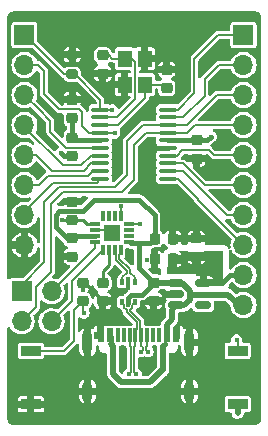
<source format=gtl>
%TF.GenerationSoftware,KiCad,Pcbnew,7.0.8*%
%TF.CreationDate,2024-04-05T01:26:40-03:00*%
%TF.ProjectId,iW-Little,69572d4c-6974-4746-9c65-2e6b69636164,rev?*%
%TF.SameCoordinates,Original*%
%TF.FileFunction,Copper,L1,Top*%
%TF.FilePolarity,Positive*%
%FSLAX46Y46*%
G04 Gerber Fmt 4.6, Leading zero omitted, Abs format (unit mm)*
G04 Created by KiCad (PCBNEW 7.0.8) date 2024-04-05 01:26:40*
%MOMM*%
%LPD*%
G01*
G04 APERTURE LIST*
G04 Aperture macros list*
%AMRoundRect*
0 Rectangle with rounded corners*
0 $1 Rounding radius*
0 $2 $3 $4 $5 $6 $7 $8 $9 X,Y pos of 4 corners*
0 Add a 4 corners polygon primitive as box body*
4,1,4,$2,$3,$4,$5,$6,$7,$8,$9,$2,$3,0*
0 Add four circle primitives for the rounded corners*
1,1,$1+$1,$2,$3*
1,1,$1+$1,$4,$5*
1,1,$1+$1,$6,$7*
1,1,$1+$1,$8,$9*
0 Add four rect primitives between the rounded corners*
20,1,$1+$1,$2,$3,$4,$5,0*
20,1,$1+$1,$4,$5,$6,$7,0*
20,1,$1+$1,$6,$7,$8,$9,0*
20,1,$1+$1,$8,$9,$2,$3,0*%
G04 Aperture macros list end*
%TA.AperFunction,SMDPad,CuDef*%
%ADD10RoundRect,0.011200X-0.408800X-0.128800X0.408800X-0.128800X0.408800X0.128800X-0.408800X0.128800X0*%
%TD*%
%TA.AperFunction,SMDPad,CuDef*%
%ADD11RoundRect,0.028000X-0.112000X-0.392000X0.112000X-0.392000X0.112000X0.392000X-0.112000X0.392000X0*%
%TD*%
%TA.AperFunction,SMDPad,CuDef*%
%ADD12R,1.400000X1.400000*%
%TD*%
%TA.AperFunction,SMDPad,CuDef*%
%ADD13RoundRect,0.225000X-0.250000X0.225000X-0.250000X-0.225000X0.250000X-0.225000X0.250000X0.225000X0*%
%TD*%
%TA.AperFunction,SMDPad,CuDef*%
%ADD14R,1.200000X1.400000*%
%TD*%
%TA.AperFunction,SMDPad,CuDef*%
%ADD15RoundRect,0.150000X-0.512500X-0.150000X0.512500X-0.150000X0.512500X0.150000X-0.512500X0.150000X0*%
%TD*%
%TA.AperFunction,SMDPad,CuDef*%
%ADD16RoundRect,0.225000X0.250000X-0.225000X0.250000X0.225000X-0.250000X0.225000X-0.250000X-0.225000X0*%
%TD*%
%TA.AperFunction,SMDPad,CuDef*%
%ADD17R,0.600000X1.160000*%
%TD*%
%TA.AperFunction,SMDPad,CuDef*%
%ADD18R,0.300000X1.160000*%
%TD*%
%TA.AperFunction,ComponentPad*%
%ADD19O,0.900000X2.000000*%
%TD*%
%TA.AperFunction,ComponentPad*%
%ADD20O,0.900000X1.700000*%
%TD*%
%TA.AperFunction,SMDPad,CuDef*%
%ADD21RoundRect,0.225000X0.225000X0.250000X-0.225000X0.250000X-0.225000X-0.250000X0.225000X-0.250000X0*%
%TD*%
%TA.AperFunction,SMDPad,CuDef*%
%ADD22RoundRect,0.218750X0.256250X-0.218750X0.256250X0.218750X-0.256250X0.218750X-0.256250X-0.218750X0*%
%TD*%
%TA.AperFunction,ComponentPad*%
%ADD23R,1.700000X1.700000*%
%TD*%
%TA.AperFunction,ComponentPad*%
%ADD24O,1.700000X1.700000*%
%TD*%
%TA.AperFunction,SMDPad,CuDef*%
%ADD25RoundRect,0.200000X0.275000X-0.200000X0.275000X0.200000X-0.275000X0.200000X-0.275000X-0.200000X0*%
%TD*%
%TA.AperFunction,SMDPad,CuDef*%
%ADD26RoundRect,0.100000X-0.637500X-0.100000X0.637500X-0.100000X0.637500X0.100000X-0.637500X0.100000X0*%
%TD*%
%TA.AperFunction,SMDPad,CuDef*%
%ADD27R,1.700000X0.900000*%
%TD*%
%TA.AperFunction,SMDPad,CuDef*%
%ADD28R,0.375000X0.500000*%
%TD*%
%TA.AperFunction,SMDPad,CuDef*%
%ADD29R,0.300000X0.650000*%
%TD*%
%TA.AperFunction,ViaPad*%
%ADD30C,0.450000*%
%TD*%
%TA.AperFunction,Conductor*%
%ADD31C,0.508000*%
%TD*%
%TA.AperFunction,Conductor*%
%ADD32C,0.381000*%
%TD*%
%TA.AperFunction,Conductor*%
%ADD33C,0.254000*%
%TD*%
%TA.AperFunction,Conductor*%
%ADD34C,0.148590*%
%TD*%
%TA.AperFunction,Conductor*%
%ADD35C,0.139700*%
%TD*%
G04 APERTURE END LIST*
D10*
X138410000Y-83005000D03*
X138410000Y-83505000D03*
X138410000Y-84005000D03*
X138410000Y-84505000D03*
D11*
X139105000Y-85200000D03*
X139605000Y-85200000D03*
X140105000Y-85200000D03*
X140605000Y-85200000D03*
D10*
X141300000Y-84505000D03*
X141300000Y-84005000D03*
X141300000Y-83505000D03*
X141300000Y-83005000D03*
D11*
X140605000Y-82310000D03*
X140105000Y-82310000D03*
X139605000Y-82310000D03*
X139105000Y-82310000D03*
D12*
X139855000Y-83755000D03*
D13*
X143400000Y-87975000D03*
X143400000Y-89525000D03*
X136500000Y-81125000D03*
X136500000Y-82675000D03*
D14*
X140950000Y-69000000D03*
X140950000Y-71200000D03*
X142650000Y-71200000D03*
X142650000Y-69000000D03*
D15*
X145312500Y-88000000D03*
X145312500Y-88950000D03*
X145312500Y-89900000D03*
X147587500Y-89900000D03*
X147587500Y-88000000D03*
D16*
X136500000Y-74025000D03*
X136500000Y-72475000D03*
D17*
X138903950Y-92440000D03*
X139703950Y-92440000D03*
D18*
X140853950Y-92440000D03*
X141853950Y-92440000D03*
X142353950Y-92440000D03*
X143353950Y-92440000D03*
D17*
X144503950Y-92440000D03*
X145303950Y-92440000D03*
X145303950Y-92440000D03*
X144503950Y-92440000D03*
D18*
X143853950Y-92440000D03*
X142853950Y-92440000D03*
X141353950Y-92440000D03*
X140353950Y-92440000D03*
D17*
X139703950Y-92440000D03*
X138903950Y-92440000D03*
D19*
X137783950Y-93020000D03*
D20*
X137783950Y-97190000D03*
D19*
X146423950Y-93020000D03*
D20*
X146423950Y-97190000D03*
D21*
X145025000Y-84250000D03*
X143475000Y-84250000D03*
D13*
X139100000Y-87975000D03*
X139100000Y-89525000D03*
D22*
X136500000Y-77275000D03*
X136500000Y-75700000D03*
D21*
X145025000Y-86000000D03*
X143475000Y-86000000D03*
D23*
X132450000Y-67000000D03*
D24*
X132450000Y-69540000D03*
X132450000Y-72080000D03*
X132450000Y-74620000D03*
X132450000Y-77160000D03*
X132450000Y-79700000D03*
X132450000Y-82240000D03*
X132450000Y-84780000D03*
D25*
X136500000Y-70325000D03*
X136500000Y-68675000D03*
D26*
X138887500Y-73325000D03*
X138887500Y-73975000D03*
X138887500Y-74625000D03*
X138887500Y-75275000D03*
X138887500Y-75925000D03*
X138887500Y-76575000D03*
X138887500Y-77225000D03*
X138887500Y-77875000D03*
X138887500Y-78525000D03*
X138887500Y-79175000D03*
X144612500Y-79175000D03*
X144612500Y-78525000D03*
X144612500Y-77875000D03*
X144612500Y-77225000D03*
X144612500Y-76575000D03*
X144612500Y-75925000D03*
X144612500Y-75275000D03*
X144612500Y-74625000D03*
X144612500Y-73975000D03*
X144612500Y-73325000D03*
D16*
X147050000Y-77475000D03*
X147050000Y-75925000D03*
D23*
X151000000Y-67000000D03*
D24*
X151000000Y-69540000D03*
X151000000Y-72080000D03*
X151000000Y-74620000D03*
X151000000Y-77160000D03*
X151000000Y-79700000D03*
X151000000Y-82240000D03*
X151000000Y-84780000D03*
X151000000Y-87320000D03*
X151000000Y-89860000D03*
D27*
X150500000Y-93750000D03*
X150500000Y-98250000D03*
D23*
X132210000Y-88710000D03*
D24*
X134750000Y-88710000D03*
X132210000Y-91250000D03*
X134750000Y-91250000D03*
D16*
X147000000Y-85775000D03*
X147000000Y-84225000D03*
D27*
X133000000Y-98250000D03*
X133000000Y-93750000D03*
D16*
X137400000Y-89525000D03*
X137400000Y-87975000D03*
D28*
X141787500Y-87900000D03*
D29*
X141250000Y-87825000D03*
D28*
X140712500Y-87900000D03*
X140712500Y-89600000D03*
D29*
X141250000Y-89675000D03*
D28*
X141787500Y-89600000D03*
D13*
X139100000Y-68725000D03*
X139100000Y-70275000D03*
D16*
X144500000Y-71475000D03*
X144500000Y-69925000D03*
X136500000Y-85775000D03*
X136500000Y-84225000D03*
D30*
X137400000Y-88550000D03*
X135600000Y-81250000D03*
X137650000Y-69100000D03*
X139750000Y-67250000D03*
X145550000Y-67300000D03*
X131900000Y-95050000D03*
X139150000Y-90500000D03*
X142800000Y-86050000D03*
X135350000Y-68600000D03*
X139600000Y-72300000D03*
X141400000Y-85850000D03*
X145600000Y-99050000D03*
X145350000Y-98250000D03*
X143050000Y-98750000D03*
X140500000Y-98550000D03*
X138700000Y-98950000D03*
X138850000Y-95900000D03*
X136050000Y-99550000D03*
X135300000Y-97350000D03*
X134600000Y-98900000D03*
X133050000Y-97200000D03*
X133150000Y-95300000D03*
X135900000Y-95150000D03*
X139450000Y-97150000D03*
X138700000Y-94950000D03*
X140800000Y-94000000D03*
X143100000Y-95100000D03*
X145250000Y-96150000D03*
X145450000Y-95200000D03*
X144550000Y-97100000D03*
X147800000Y-99550000D03*
X148300000Y-97700000D03*
X147950000Y-98600000D03*
X148100000Y-93550000D03*
X148200000Y-92600000D03*
X148100000Y-96650000D03*
X147900000Y-95000000D03*
X148300000Y-78250000D03*
X136500000Y-67700000D03*
X142700000Y-67700000D03*
X143850000Y-68800000D03*
X145550000Y-69900000D03*
X142900000Y-78250000D03*
X140350000Y-77700000D03*
X144950000Y-83150000D03*
X147050000Y-83150000D03*
X143500000Y-86950000D03*
X135600000Y-98750000D03*
X135950000Y-96400000D03*
X142150000Y-97600000D03*
X141250000Y-88300000D03*
X140200000Y-84200000D03*
X135400000Y-85800000D03*
X150500000Y-99000000D03*
X143000000Y-91000000D03*
X143250000Y-76680000D03*
X137480000Y-90530000D03*
X140100000Y-75300000D03*
X145750000Y-87000000D03*
X148250000Y-75620000D03*
X145750000Y-86000000D03*
X148250000Y-86250000D03*
X149000000Y-85500000D03*
X147000000Y-86500000D03*
X149000000Y-87750000D03*
X135660000Y-82680000D03*
X148250000Y-87000000D03*
X149000000Y-87000000D03*
X135540000Y-76980000D03*
X149000000Y-86250000D03*
X145000000Y-87000000D03*
X148250000Y-85500000D03*
X147500000Y-87000000D03*
X141905150Y-95700000D03*
X142905150Y-93800000D03*
X142302750Y-93800000D03*
X141302750Y-95700000D03*
X142200000Y-83000000D03*
X150420000Y-92820000D03*
X139900000Y-73350000D03*
X140605000Y-81500000D03*
D31*
X139980000Y-93334866D02*
X139822950Y-93177816D01*
X139980000Y-95740000D02*
X139980000Y-93334866D01*
D32*
X139822950Y-93177816D02*
X139822950Y-92559000D01*
D33*
X137400000Y-87975000D02*
X137400000Y-88550000D01*
X137550000Y-87975000D02*
X139100000Y-89525000D01*
X137400000Y-87975000D02*
X137550000Y-87975000D01*
D32*
X142375000Y-89000000D02*
X143400000Y-87975000D01*
X141500986Y-89000000D02*
X142375000Y-89000000D01*
X141250000Y-89250986D02*
X141500986Y-89000000D01*
X141250000Y-89675000D02*
X141250000Y-89250986D01*
D34*
X141250000Y-87825000D02*
X141250000Y-88300000D01*
X139605000Y-83505000D02*
X139855000Y-83755000D01*
X138410000Y-83505000D02*
X139605000Y-83505000D01*
D31*
X150500000Y-98250000D02*
X150500000Y-99000000D01*
D34*
X144275000Y-71475000D02*
X144000000Y-71200000D01*
X138887500Y-74625000D02*
X140375000Y-74625000D01*
X144000000Y-71200000D02*
X142650000Y-71200000D01*
X140375000Y-74625000D02*
X142650000Y-72350000D01*
X144500000Y-71475000D02*
X144275000Y-71475000D01*
X142650000Y-72350000D02*
X142650000Y-71200000D01*
D32*
X143355000Y-76575000D02*
X143250000Y-76680000D01*
X144612500Y-76575000D02*
X143355000Y-76575000D01*
D34*
X138887500Y-73975000D02*
X140275000Y-73975000D01*
X140275000Y-73975000D02*
X141800000Y-72450000D01*
X141550000Y-69000000D02*
X140950000Y-69000000D01*
X139625000Y-68725000D02*
X139900000Y-69000000D01*
X141800000Y-72450000D02*
X141800000Y-69250000D01*
X141800000Y-69250000D02*
X141550000Y-69000000D01*
X139900000Y-69000000D02*
X140950000Y-69000000D01*
X139100000Y-68725000D02*
X139625000Y-68725000D01*
X137100000Y-73300000D02*
X137350000Y-73550000D01*
X135414656Y-73300000D02*
X137100000Y-73300000D01*
X137400000Y-89525000D02*
X137400000Y-90450000D01*
X135830000Y-93750000D02*
X136630000Y-92950000D01*
X133000000Y-93750000D02*
X135830000Y-93750000D01*
X134132328Y-72017672D02*
X135414656Y-73300000D01*
X133590000Y-69540000D02*
X134132328Y-70082328D01*
X140100000Y-75300000D02*
X138912500Y-75300000D01*
X136630000Y-92950000D02*
X136630000Y-90295000D01*
X137925000Y-75275000D02*
X138887500Y-75275000D01*
X137350000Y-74700000D02*
X137925000Y-75275000D01*
X138912500Y-75300000D02*
X138887500Y-75275000D01*
X132450000Y-69540000D02*
X133590000Y-69540000D01*
X136630000Y-90295000D02*
X137400000Y-89525000D01*
X134132328Y-70082328D02*
X134132328Y-72017672D01*
X137350000Y-73550000D02*
X137350000Y-74700000D01*
X137400000Y-90450000D02*
X137480000Y-90530000D01*
D33*
X139605000Y-86455000D02*
X139605000Y-85200000D01*
X139100000Y-87975000D02*
X139100000Y-86960000D01*
X139100000Y-86960000D02*
X139605000Y-86455000D01*
D31*
X145990000Y-89900000D02*
X146470000Y-89420000D01*
X145312500Y-89900000D02*
X145990000Y-89900000D01*
D32*
X138350000Y-80930000D02*
X142190000Y-80930000D01*
X141445000Y-84650000D02*
X142160000Y-84650000D01*
D31*
X149700000Y-88980000D02*
X146470000Y-88980000D01*
X144960000Y-90252500D02*
X145312500Y-89900000D01*
D32*
X137380000Y-81900000D02*
X138350000Y-80930000D01*
X144180000Y-93292964D02*
X144321450Y-93151514D01*
X138405000Y-84010000D02*
X136715000Y-84010000D01*
X142190000Y-80930000D02*
X143475000Y-82215000D01*
D31*
X140630000Y-96390000D02*
X143110000Y-96390000D01*
X143425000Y-88000000D02*
X143400000Y-87975000D01*
D32*
X142160000Y-84650000D02*
X142160000Y-86735000D01*
D31*
X144503950Y-91526050D02*
X144960000Y-91070000D01*
D32*
X142160000Y-86735000D02*
X143400000Y-87975000D01*
X138410000Y-84005000D02*
X138405000Y-84010000D01*
D31*
X144503950Y-92440000D02*
X144503950Y-91526050D01*
X139980000Y-95740000D02*
X140630000Y-96390000D01*
D32*
X136715000Y-84010000D02*
X136500000Y-84225000D01*
X136500000Y-84225000D02*
X136025000Y-84225000D01*
D31*
X146470000Y-88980000D02*
X146470000Y-88680000D01*
X144960000Y-91070000D02*
X144960000Y-90252500D01*
D32*
X135092500Y-82207500D02*
X135400000Y-81900000D01*
D31*
X151000000Y-89860000D02*
X150580000Y-89860000D01*
X150580000Y-89860000D02*
X149700000Y-88980000D01*
D32*
X135400000Y-81900000D02*
X137380000Y-81900000D01*
X136025000Y-84225000D02*
X135092500Y-83292500D01*
D31*
X146470000Y-89420000D02*
X146470000Y-88980000D01*
X144200000Y-95377036D02*
X144200000Y-93350000D01*
D32*
X142160000Y-84650000D02*
X143075000Y-84650000D01*
X135092500Y-83292500D02*
X135092500Y-82207500D01*
X143075000Y-84650000D02*
X143475000Y-84250000D01*
D31*
X146470000Y-88680000D02*
X145790000Y-88000000D01*
X145790000Y-88000000D02*
X145312500Y-88000000D01*
D32*
X143475000Y-82215000D02*
X143475000Y-84250000D01*
D31*
X145312500Y-88000000D02*
X143425000Y-88000000D01*
X143110000Y-96390000D02*
X144180000Y-95320000D01*
D32*
X136500000Y-77275000D02*
X135835000Y-77275000D01*
D33*
X137755000Y-83005000D02*
X137430000Y-82680000D01*
D32*
X151000000Y-87320000D02*
X149900000Y-87320000D01*
X149220000Y-88000000D02*
X149000000Y-87750000D01*
X149000000Y-87750000D02*
X147587500Y-88000000D01*
X147945000Y-75925000D02*
X148250000Y-75620000D01*
X135835000Y-77275000D02*
X135540000Y-76980000D01*
D33*
X137430000Y-82680000D02*
X135660000Y-82680000D01*
D32*
X149900000Y-87320000D02*
X149220000Y-88000000D01*
X147050000Y-75925000D02*
X147945000Y-75925000D01*
X144612500Y-75925000D02*
X147050000Y-75925000D01*
D33*
X138410000Y-83005000D02*
X137755000Y-83005000D01*
D32*
X136725000Y-75925000D02*
X136500000Y-75700000D01*
X136500000Y-74025000D02*
X136500000Y-75700000D01*
X138887500Y-75925000D02*
X136725000Y-75925000D01*
D35*
X141957900Y-91906050D02*
X141957900Y-91310496D01*
X140903150Y-89853150D02*
X140712500Y-89662500D01*
X142750000Y-93413951D02*
X142750000Y-93644850D01*
X140712500Y-89662500D02*
X140712500Y-89600000D01*
X141750000Y-95544850D02*
X141905150Y-95700000D01*
X141853950Y-93310001D02*
X141750000Y-93413951D01*
X142853950Y-93310001D02*
X142750000Y-93413951D01*
X141018460Y-90196850D02*
X140903150Y-90081540D01*
X141750000Y-93413951D02*
X141750000Y-95544850D01*
X140903150Y-90081540D02*
X140903150Y-89853150D01*
X141957900Y-91310496D02*
X141103950Y-90456546D01*
X141103950Y-90456546D02*
X141103950Y-90196850D01*
X141103950Y-90196850D02*
X141018460Y-90196850D01*
X141853950Y-92440000D02*
X141853950Y-92010000D01*
X141853950Y-92440000D02*
X141853950Y-93310001D01*
X141853950Y-92010000D02*
X141957900Y-91906050D01*
X142853950Y-92440000D02*
X142853950Y-93310001D01*
X142750000Y-93644850D02*
X142905150Y-93800000D01*
X142250000Y-91189504D02*
X141396050Y-90335554D01*
X142457900Y-93413951D02*
X142457900Y-93644850D01*
X142457900Y-93644850D02*
X142302750Y-93800000D01*
X142250000Y-91906050D02*
X142250000Y-91189504D01*
X141596850Y-90081540D02*
X141596850Y-89853150D01*
X142353950Y-92010000D02*
X142250000Y-91906050D01*
X141396050Y-90335554D02*
X141396050Y-90196850D01*
X141353950Y-92440000D02*
X141353950Y-93310001D01*
X141353950Y-93310001D02*
X141457900Y-93413951D01*
X142353950Y-92440000D02*
X142353950Y-93310001D01*
X141396050Y-90196850D02*
X141481540Y-90196850D01*
X141457900Y-95544850D02*
X141302750Y-95700000D01*
X141481540Y-90196850D02*
X141596850Y-90081540D01*
X142353950Y-93310001D02*
X142457900Y-93413951D01*
X141787500Y-89662500D02*
X141787500Y-89600000D01*
X142353950Y-92440000D02*
X142353950Y-92010000D01*
X141353950Y-92440000D02*
X141353950Y-92010000D01*
X141596850Y-89853150D02*
X141787500Y-89662500D01*
X141457900Y-93413951D02*
X141457900Y-95544850D01*
D34*
X142195000Y-83005000D02*
X142200000Y-83000000D01*
X141300000Y-83005000D02*
X142195000Y-83005000D01*
X138887500Y-73325000D02*
X139875000Y-73325000D01*
X135825000Y-70325000D02*
X136500000Y-70325000D01*
X139875000Y-73325000D02*
X139900000Y-73350000D01*
X132500000Y-67000000D02*
X135825000Y-70325000D01*
X138887500Y-72487500D02*
X138887500Y-73325000D01*
X150500000Y-93750000D02*
X150500000Y-92900000D01*
X136725000Y-70325000D02*
X138887500Y-72487500D01*
X136500000Y-70325000D02*
X136725000Y-70325000D01*
X150500000Y-92900000D02*
X150420000Y-92820000D01*
X140605000Y-82310000D02*
X140605000Y-81500000D01*
X134650000Y-74300000D02*
X134650000Y-75231536D01*
X133659232Y-73289232D02*
X133659232Y-73309232D01*
X138862500Y-76550000D02*
X138887500Y-76575000D01*
X135968464Y-76550000D02*
X138862500Y-76550000D01*
X132450000Y-72080000D02*
X133659232Y-73289232D01*
X134650000Y-75231536D02*
X135968464Y-76550000D01*
X133659232Y-73309232D02*
X134650000Y-74300000D01*
X137250000Y-78050000D02*
X138075000Y-77225000D01*
X135700000Y-78050000D02*
X137250000Y-78050000D01*
X132500000Y-74620000D02*
X132500000Y-74850000D01*
X132500000Y-74850000D02*
X135700000Y-78050000D01*
X138075000Y-77225000D02*
X138887500Y-77225000D01*
X137460000Y-78490000D02*
X134790000Y-78490000D01*
X134790000Y-78490000D02*
X133460000Y-77160000D01*
X133460000Y-77160000D02*
X132500000Y-77160000D01*
X138075000Y-77875000D02*
X137460000Y-78490000D01*
X138887500Y-77875000D02*
X138075000Y-77875000D01*
X137810000Y-78940000D02*
X134410000Y-78940000D01*
X138225000Y-78525000D02*
X137810000Y-78940000D01*
X132900000Y-79300000D02*
X132500000Y-79700000D01*
X134410000Y-78940000D02*
X133650000Y-79700000D01*
X133650000Y-79700000D02*
X132450000Y-79700000D01*
X138887500Y-78525000D02*
X138225000Y-78525000D01*
X132500000Y-81870000D02*
X134870000Y-79500000D01*
X132500000Y-82240000D02*
X132500000Y-81870000D01*
X134870000Y-79500000D02*
X138562500Y-79500000D01*
X138562500Y-79500000D02*
X138887500Y-79175000D01*
X147150000Y-80930000D02*
X151000000Y-84780000D01*
X147150000Y-80900000D02*
X147150000Y-80930000D01*
X145425000Y-79175000D02*
X147150000Y-80900000D01*
X144612500Y-79175000D02*
X145425000Y-79175000D01*
X144612500Y-78525000D02*
X145875000Y-78525000D01*
X149590000Y-82240000D02*
X151000000Y-82240000D01*
X145875000Y-78525000D02*
X149590000Y-82240000D01*
X144612500Y-77875000D02*
X145875000Y-77875000D01*
X147700000Y-79700000D02*
X151000000Y-79700000D01*
X145875000Y-77875000D02*
X147700000Y-79700000D01*
X145350000Y-77225000D02*
X145825000Y-76750000D01*
X145825000Y-76750000D02*
X148100000Y-76750000D01*
X148100000Y-76750000D02*
X148510000Y-77160000D01*
X144612500Y-77225000D02*
X145350000Y-77225000D01*
X148510000Y-77160000D02*
X151000000Y-77160000D01*
X132210000Y-91250000D02*
X133430000Y-90030000D01*
X134690000Y-87060000D02*
X134690000Y-81350000D01*
X141720000Y-79290000D02*
X141720000Y-76330000D01*
X135710000Y-80330000D02*
X140680000Y-80330000D01*
X146225000Y-75275000D02*
X144612500Y-75275000D01*
X141720000Y-76330000D02*
X142775000Y-75275000D01*
X140680000Y-80330000D02*
X141720000Y-79290000D01*
X134690000Y-81350000D02*
X135710000Y-80330000D01*
X133430000Y-90030000D02*
X133430000Y-88320000D01*
X142775000Y-75275000D02*
X144612500Y-75275000D01*
X151000000Y-74620000D02*
X146880000Y-74620000D01*
X146880000Y-74620000D02*
X146225000Y-75275000D01*
X133430000Y-88320000D02*
X134690000Y-87060000D01*
X132210000Y-88710000D02*
X132210000Y-88140000D01*
X140090000Y-79870000D02*
X141100000Y-78860000D01*
X134100000Y-81160000D02*
X135390000Y-79870000D01*
X132210000Y-88140000D02*
X134100000Y-86250000D01*
X141100000Y-75990000D02*
X142465000Y-74625000D01*
X141100000Y-78860000D02*
X141100000Y-75990000D01*
X142465000Y-74625000D02*
X144612500Y-74625000D01*
X134100000Y-86250000D02*
X134100000Y-81160000D01*
X144612500Y-74625000D02*
X146175000Y-74625000D01*
X148720000Y-72080000D02*
X151000000Y-72080000D01*
X135390000Y-79870000D02*
X140090000Y-79870000D01*
X146175000Y-74625000D02*
X148720000Y-72080000D01*
X144612500Y-73975000D02*
X145875000Y-73975000D01*
X147700000Y-72150000D02*
X147700000Y-70750000D01*
X148910000Y-69540000D02*
X151000000Y-69540000D01*
X145875000Y-73975000D02*
X147700000Y-72150000D01*
X147700000Y-70750000D02*
X148910000Y-69540000D01*
X144612500Y-73325000D02*
X145475000Y-73325000D01*
X146850000Y-71950000D02*
X146850000Y-69000000D01*
X148850000Y-67000000D02*
X151000000Y-67000000D01*
X146850000Y-69000000D02*
X148850000Y-67000000D01*
X145475000Y-73325000D02*
X146850000Y-71950000D01*
D35*
X141103950Y-87133549D02*
X140712500Y-87524999D01*
X140208950Y-85583950D02*
X140208950Y-86055496D01*
X140712500Y-87524999D02*
X140712500Y-87900000D01*
X141103950Y-86950496D02*
X141103950Y-87133549D01*
X140105000Y-85480000D02*
X140208950Y-85583950D01*
X140105000Y-85200000D02*
X140105000Y-85480000D01*
X140208950Y-86055496D02*
X141103950Y-86950496D01*
X140605000Y-85480000D02*
X140501050Y-85583950D01*
X140501050Y-85583950D02*
X140501050Y-85934504D01*
X140605000Y-85200000D02*
X140605000Y-85480000D01*
X141396050Y-86829504D02*
X141396050Y-87133549D01*
X141787500Y-87524999D02*
X141787500Y-87900000D01*
X140501050Y-85934504D02*
X141396050Y-86829504D01*
X141396050Y-87133549D02*
X141787500Y-87524999D01*
D34*
X134750000Y-88710000D02*
X138410000Y-85050000D01*
X138410000Y-85050000D02*
X138410000Y-84505000D01*
X134750000Y-91250000D02*
X136500000Y-89500000D01*
X137805000Y-86500000D02*
X137797128Y-86500000D01*
X136500000Y-87797128D02*
X137797128Y-86500000D01*
X136500000Y-89500000D02*
X136500000Y-87797128D01*
X139105000Y-85200000D02*
X137805000Y-86500000D01*
%TA.AperFunction,Conductor*%
G36*
X146304837Y-85268306D02*
G01*
X146323143Y-85312500D01*
X146319202Y-85334341D01*
X146294712Y-85399999D01*
X146294713Y-85400000D01*
X147705287Y-85400000D01*
X147705287Y-85399999D01*
X147680798Y-85334341D01*
X147682505Y-85286536D01*
X147717516Y-85253941D01*
X147739357Y-85250000D01*
X149187500Y-85250000D01*
X149231694Y-85268306D01*
X149250000Y-85312500D01*
X149250000Y-88163000D01*
X149231694Y-88207194D01*
X149187500Y-88225500D01*
X147350000Y-88225500D01*
X147305806Y-88207194D01*
X147287500Y-88163000D01*
X147287500Y-87446000D01*
X147887500Y-87446000D01*
X147887500Y-87700000D01*
X148476990Y-87700000D01*
X148430917Y-87609575D01*
X148340424Y-87519082D01*
X148226400Y-87460984D01*
X148226395Y-87460982D01*
X148131808Y-87446001D01*
X148131793Y-87446000D01*
X147887500Y-87446000D01*
X147287500Y-87446000D01*
X147062500Y-87446000D01*
X147018306Y-87427694D01*
X147000000Y-87383500D01*
X147000000Y-87250000D01*
X146100295Y-87250000D01*
X146082858Y-87247518D01*
X145927566Y-87202401D01*
X145890699Y-87199500D01*
X145890694Y-87199500D01*
X144734306Y-87199500D01*
X144734301Y-87199500D01*
X144697435Y-87202401D01*
X144697431Y-87202401D01*
X144579937Y-87236537D01*
X144532390Y-87231288D01*
X144502482Y-87193956D01*
X144500000Y-87176519D01*
X144500000Y-86739356D01*
X144518306Y-86695162D01*
X144562500Y-86676856D01*
X144584341Y-86680797D01*
X144649999Y-86705285D01*
X144650000Y-86705285D01*
X144650000Y-86375000D01*
X145400000Y-86375000D01*
X145400000Y-86705284D01*
X145481923Y-86674730D01*
X145592189Y-86592184D01*
X145674729Y-86481926D01*
X145674732Y-86481921D01*
X145714611Y-86375000D01*
X145400000Y-86375000D01*
X144650000Y-86375000D01*
X144650000Y-86150000D01*
X146294713Y-86150000D01*
X146325267Y-86231921D01*
X146325270Y-86231926D01*
X146407810Y-86342184D01*
X146407815Y-86342189D01*
X146518073Y-86424729D01*
X146518078Y-86424732D01*
X146624999Y-86464610D01*
X146625000Y-86464610D01*
X146625000Y-86150000D01*
X147375000Y-86150000D01*
X147375000Y-86464610D01*
X147481921Y-86424732D01*
X147481926Y-86424729D01*
X147592184Y-86342189D01*
X147592189Y-86342184D01*
X147674729Y-86231926D01*
X147674732Y-86231921D01*
X147705286Y-86150000D01*
X147375000Y-86150000D01*
X146625000Y-86150000D01*
X146294713Y-86150000D01*
X144650000Y-86150000D01*
X144650000Y-85687500D01*
X144668306Y-85643306D01*
X144712500Y-85625000D01*
X145714611Y-85625000D01*
X145714610Y-85624999D01*
X145674732Y-85518078D01*
X145674729Y-85518073D01*
X145592189Y-85407815D01*
X145592184Y-85407810D01*
X145531702Y-85362533D01*
X145507293Y-85321394D01*
X145519124Y-85275045D01*
X145560263Y-85250636D01*
X145569157Y-85250000D01*
X146260643Y-85250000D01*
X146304837Y-85268306D01*
G37*
%TD.AperFunction*%
%TA.AperFunction,Conductor*%
G36*
X152003511Y-65000895D02*
G01*
X152026356Y-65003469D01*
X152105633Y-65013906D01*
X152130785Y-65019895D01*
X152164224Y-65031595D01*
X152164700Y-65031762D01*
X152168001Y-65033022D01*
X152222028Y-65055400D01*
X152240840Y-65065119D01*
X152275466Y-65086876D01*
X152280303Y-65090240D01*
X152328152Y-65126957D01*
X152334346Y-65132388D01*
X152367609Y-65165651D01*
X152373041Y-65171846D01*
X152409758Y-65219695D01*
X152413122Y-65224532D01*
X152434879Y-65259158D01*
X152444600Y-65277975D01*
X152466976Y-65331997D01*
X152468236Y-65335298D01*
X152480100Y-65369200D01*
X152486093Y-65394371D01*
X152496529Y-65473645D01*
X152499103Y-65496476D01*
X152499500Y-65503539D01*
X152499500Y-99496460D01*
X152499103Y-99503523D01*
X152496529Y-99526354D01*
X152486093Y-99605627D01*
X152480100Y-99630798D01*
X152468236Y-99664700D01*
X152466976Y-99668001D01*
X152444600Y-99722023D01*
X152434879Y-99740840D01*
X152413122Y-99775466D01*
X152409758Y-99780303D01*
X152373041Y-99828152D01*
X152367602Y-99834355D01*
X152334355Y-99867602D01*
X152328152Y-99873041D01*
X152280303Y-99909758D01*
X152275466Y-99913122D01*
X152240840Y-99934879D01*
X152222023Y-99944600D01*
X152168001Y-99966976D01*
X152164700Y-99968236D01*
X152130798Y-99980100D01*
X152105627Y-99986093D01*
X152026354Y-99996529D01*
X152003523Y-99999103D01*
X151996460Y-99999500D01*
X131503540Y-99999500D01*
X131496477Y-99999103D01*
X131473646Y-99996529D01*
X131394371Y-99986093D01*
X131369200Y-99980100D01*
X131335298Y-99968236D01*
X131331997Y-99966976D01*
X131277975Y-99944600D01*
X131259158Y-99934879D01*
X131224532Y-99913122D01*
X131219695Y-99909758D01*
X131171846Y-99873041D01*
X131165651Y-99867609D01*
X131132388Y-99834346D01*
X131126957Y-99828152D01*
X131090240Y-99780303D01*
X131086876Y-99775466D01*
X131065119Y-99740840D01*
X131055400Y-99722028D01*
X131033022Y-99668001D01*
X131031762Y-99664700D01*
X131031595Y-99664224D01*
X131019895Y-99630785D01*
X131013906Y-99605633D01*
X131003469Y-99526356D01*
X131000895Y-99503513D01*
X131000500Y-99496457D01*
X131000500Y-98550000D01*
X131896001Y-98550000D01*
X131896001Y-98725022D01*
X131910737Y-98799105D01*
X131910737Y-98799107D01*
X131966875Y-98883124D01*
X132050893Y-98939262D01*
X132050894Y-98939263D01*
X132124980Y-98953999D01*
X132700000Y-98953999D01*
X132700000Y-98550000D01*
X133300000Y-98550000D01*
X133300000Y-98953999D01*
X133875014Y-98953999D01*
X133875022Y-98953998D01*
X133949105Y-98939262D01*
X133949107Y-98939262D01*
X134033124Y-98883124D01*
X134089262Y-98799106D01*
X134089263Y-98799105D01*
X134103991Y-98725063D01*
X149395500Y-98725063D01*
X149395501Y-98725073D01*
X149410265Y-98799300D01*
X149466516Y-98883484D01*
X149550697Y-98939733D01*
X149550699Y-98939734D01*
X149624933Y-98954500D01*
X149870549Y-98954499D01*
X149938669Y-98974501D01*
X149985162Y-99028156D01*
X149995266Y-99062566D01*
X150007079Y-99144728D01*
X150007081Y-99144734D01*
X150067824Y-99277743D01*
X150163579Y-99388250D01*
X150286589Y-99467304D01*
X150385875Y-99496457D01*
X150426885Y-99508499D01*
X150426886Y-99508499D01*
X150426889Y-99508500D01*
X150426892Y-99508500D01*
X150573108Y-99508500D01*
X150573111Y-99508500D01*
X150713411Y-99467304D01*
X150836421Y-99388250D01*
X150932176Y-99277743D01*
X150992919Y-99144734D01*
X150992920Y-99144728D01*
X151004734Y-99062566D01*
X151034227Y-98997986D01*
X151093954Y-98959603D01*
X151129451Y-98954499D01*
X151375064Y-98954499D01*
X151375066Y-98954499D01*
X151375069Y-98954498D01*
X151375072Y-98954498D01*
X151411663Y-98947219D01*
X151449301Y-98939734D01*
X151533484Y-98883484D01*
X151589734Y-98799301D01*
X151604500Y-98725067D01*
X151604499Y-97774934D01*
X151604498Y-97774930D01*
X151604498Y-97774926D01*
X151589734Y-97700699D01*
X151533483Y-97616515D01*
X151449302Y-97560266D01*
X151375067Y-97545500D01*
X149624936Y-97545500D01*
X149624926Y-97545501D01*
X149550699Y-97560265D01*
X149466515Y-97616516D01*
X149410266Y-97700697D01*
X149395500Y-97774930D01*
X149395500Y-98725063D01*
X134103991Y-98725063D01*
X134103999Y-98725022D01*
X134104000Y-98725015D01*
X134104000Y-98550000D01*
X133300000Y-98550000D01*
X132700000Y-98550000D01*
X131896001Y-98550000D01*
X131000500Y-98550000D01*
X131000500Y-97950000D01*
X131896000Y-97950000D01*
X132700000Y-97950000D01*
X132700000Y-97546000D01*
X133300000Y-97546000D01*
X133300000Y-97950000D01*
X134103999Y-97950000D01*
X134103999Y-97774986D01*
X134103998Y-97774977D01*
X134089262Y-97700894D01*
X134089262Y-97700892D01*
X134043627Y-97632594D01*
X137079950Y-97632594D01*
X137095384Y-97759713D01*
X137156009Y-97919565D01*
X137156012Y-97919571D01*
X137253126Y-98060265D01*
X137381094Y-98173635D01*
X137483950Y-98227617D01*
X137483950Y-97617802D01*
X137499362Y-97700250D01*
X137558407Y-97795610D01*
X137647912Y-97863201D01*
X137755790Y-97893895D01*
X137867471Y-97883546D01*
X137967872Y-97833552D01*
X138043434Y-97750666D01*
X138083950Y-97646080D01*
X138083950Y-98227617D01*
X138186805Y-98173635D01*
X138314773Y-98060265D01*
X138411887Y-97919571D01*
X138411890Y-97919565D01*
X138472515Y-97759713D01*
X138487949Y-97632594D01*
X145719950Y-97632594D01*
X145735384Y-97759713D01*
X145796009Y-97919565D01*
X145796012Y-97919571D01*
X145893126Y-98060265D01*
X146021094Y-98173635D01*
X146123950Y-98227617D01*
X146123950Y-97617802D01*
X146139362Y-97700250D01*
X146198407Y-97795610D01*
X146287912Y-97863201D01*
X146395790Y-97893895D01*
X146507471Y-97883546D01*
X146607872Y-97833552D01*
X146683434Y-97750666D01*
X146723950Y-97646080D01*
X146723950Y-98227617D01*
X146826805Y-98173635D01*
X146954773Y-98060265D01*
X147051887Y-97919571D01*
X147051890Y-97919565D01*
X147112515Y-97759713D01*
X147127949Y-97632594D01*
X147127950Y-97632584D01*
X147127950Y-97490000D01*
X146723950Y-97490000D01*
X146723950Y-96890000D01*
X147127950Y-96890000D01*
X147127950Y-96747415D01*
X147127949Y-96747405D01*
X147112515Y-96620286D01*
X147051890Y-96460434D01*
X147051887Y-96460428D01*
X146954773Y-96319734D01*
X146826806Y-96206365D01*
X146826804Y-96206363D01*
X146723950Y-96152381D01*
X146723950Y-96762198D01*
X146708538Y-96679750D01*
X146649493Y-96584390D01*
X146559988Y-96516799D01*
X146452110Y-96486105D01*
X146340429Y-96496454D01*
X146240028Y-96546448D01*
X146164466Y-96629334D01*
X146123950Y-96733920D01*
X146123950Y-96152381D01*
X146021095Y-96206363D01*
X146021093Y-96206365D01*
X145893126Y-96319734D01*
X145796012Y-96460428D01*
X145796009Y-96460434D01*
X145735384Y-96620286D01*
X145719950Y-96747405D01*
X145719950Y-96890000D01*
X146123950Y-96890000D01*
X146123950Y-97490000D01*
X145719950Y-97490000D01*
X145719950Y-97632594D01*
X138487949Y-97632594D01*
X138487950Y-97632584D01*
X138487950Y-97490000D01*
X138083950Y-97490000D01*
X138083950Y-96890000D01*
X138487950Y-96890000D01*
X138487950Y-96747415D01*
X138487949Y-96747405D01*
X138472515Y-96620286D01*
X138411890Y-96460434D01*
X138411887Y-96460428D01*
X138314773Y-96319734D01*
X138186806Y-96206365D01*
X138186804Y-96206363D01*
X138083950Y-96152381D01*
X138083950Y-96762198D01*
X138068538Y-96679750D01*
X138009493Y-96584390D01*
X137919988Y-96516799D01*
X137812110Y-96486105D01*
X137700429Y-96496454D01*
X137600028Y-96546448D01*
X137524466Y-96629334D01*
X137483950Y-96733920D01*
X137483950Y-96152381D01*
X137381095Y-96206363D01*
X137381093Y-96206365D01*
X137253126Y-96319734D01*
X137156012Y-96460428D01*
X137156009Y-96460434D01*
X137095384Y-96620286D01*
X137079950Y-96747405D01*
X137079950Y-96890000D01*
X137483950Y-96890000D01*
X137483950Y-97490000D01*
X137079950Y-97490000D01*
X137079950Y-97632594D01*
X134043627Y-97632594D01*
X134033124Y-97616875D01*
X133949106Y-97560737D01*
X133949105Y-97560736D01*
X133875022Y-97546000D01*
X133300000Y-97546000D01*
X132700000Y-97546000D01*
X132124986Y-97546000D01*
X132124976Y-97546001D01*
X132050894Y-97560737D01*
X132050892Y-97560737D01*
X131966875Y-97616875D01*
X131910737Y-97700893D01*
X131910736Y-97700894D01*
X131896000Y-97774977D01*
X131896000Y-97950000D01*
X131000500Y-97950000D01*
X131000500Y-91834627D01*
X131020502Y-91766506D01*
X131074158Y-91720013D01*
X131144432Y-91709909D01*
X131209012Y-91739403D01*
X131239289Y-91778462D01*
X131266912Y-91833935D01*
X131267668Y-91834936D01*
X131390266Y-91997284D01*
X131541536Y-92135185D01*
X131715566Y-92242940D01*
X131715568Y-92242940D01*
X131715573Y-92242944D01*
X131906444Y-92316888D01*
X132107653Y-92354500D01*
X132107655Y-92354500D01*
X132312345Y-92354500D01*
X132312347Y-92354500D01*
X132513556Y-92316888D01*
X132704427Y-92242944D01*
X132878462Y-92135186D01*
X133029732Y-91997285D01*
X133153088Y-91833935D01*
X133244328Y-91650701D01*
X133300345Y-91453821D01*
X133311729Y-91330968D01*
X133319232Y-91250004D01*
X133319232Y-91249995D01*
X133300345Y-91046180D01*
X133295332Y-91028562D01*
X133244328Y-90849299D01*
X133228679Y-90817872D01*
X133216218Y-90747978D01*
X133243524Y-90682442D01*
X133252362Y-90672622D01*
X133650415Y-90274570D01*
X133654446Y-90270877D01*
X133685757Y-90244606D01*
X133706202Y-90209190D01*
X133709131Y-90204593D01*
X133732586Y-90171098D01*
X133732587Y-90171095D01*
X133735002Y-90165915D01*
X133741770Y-90149577D01*
X133743729Y-90144193D01*
X133743732Y-90144189D01*
X133750828Y-90103940D01*
X133752016Y-90098581D01*
X133754387Y-90089733D01*
X133762597Y-90059098D01*
X133759440Y-90023011D01*
X133759035Y-90018376D01*
X133758795Y-90012884D01*
X133758795Y-89586330D01*
X133778797Y-89518209D01*
X133832453Y-89471716D01*
X133902727Y-89461612D01*
X133967307Y-89491106D01*
X133969681Y-89493215D01*
X134081536Y-89595185D01*
X134255566Y-89702940D01*
X134255568Y-89702940D01*
X134255573Y-89702944D01*
X134446444Y-89776888D01*
X134647653Y-89814500D01*
X134647655Y-89814500D01*
X134852345Y-89814500D01*
X134852347Y-89814500D01*
X135053556Y-89776888D01*
X135244427Y-89702944D01*
X135418462Y-89595186D01*
X135569732Y-89457285D01*
X135575453Y-89449710D01*
X135590312Y-89430032D01*
X135693088Y-89293935D01*
X135784328Y-89110701D01*
X135840345Y-88913821D01*
X135849905Y-88810650D01*
X135859232Y-88710004D01*
X135859232Y-88709995D01*
X135840690Y-88509905D01*
X135840345Y-88506179D01*
X135784328Y-88309299D01*
X135782394Y-88305416D01*
X135768678Y-88277870D01*
X135756218Y-88207975D01*
X135783525Y-88142440D01*
X135792354Y-88132630D01*
X135956112Y-87968872D01*
X136018422Y-87934849D01*
X136089238Y-87939914D01*
X136146073Y-87982461D01*
X136170884Y-88048982D01*
X136171205Y-88057970D01*
X136171205Y-89311618D01*
X136151203Y-89379739D01*
X136134304Y-89400708D01*
X135723724Y-89811289D01*
X135326649Y-90208364D01*
X135264337Y-90242389D01*
X135193521Y-90237324D01*
X135192038Y-90236760D01*
X135053557Y-90183112D01*
X134973194Y-90168090D01*
X134852347Y-90145500D01*
X134647653Y-90145500D01*
X134446444Y-90183112D01*
X134446439Y-90183113D01*
X134255577Y-90257054D01*
X134255566Y-90257059D01*
X134081536Y-90364814D01*
X133930266Y-90502715D01*
X133806913Y-90666063D01*
X133806912Y-90666064D01*
X133806912Y-90666065D01*
X133803652Y-90672611D01*
X133715671Y-90849301D01*
X133659654Y-91046180D01*
X133640768Y-91249995D01*
X133640768Y-91250004D01*
X133659654Y-91453819D01*
X133715671Y-91650698D01*
X133715672Y-91650701D01*
X133806912Y-91833935D01*
X133807668Y-91834936D01*
X133930266Y-91997284D01*
X134081536Y-92135185D01*
X134255566Y-92242940D01*
X134255568Y-92242940D01*
X134255573Y-92242944D01*
X134446444Y-92316888D01*
X134647653Y-92354500D01*
X134647655Y-92354500D01*
X134852345Y-92354500D01*
X134852347Y-92354500D01*
X135053556Y-92316888D01*
X135244427Y-92242944D01*
X135418462Y-92135186D01*
X135569732Y-91997285D01*
X135693088Y-91833935D01*
X135784328Y-91650701D01*
X135840345Y-91453821D01*
X135851729Y-91330968D01*
X135859232Y-91250004D01*
X135859232Y-91249995D01*
X135840345Y-91046180D01*
X135835332Y-91028562D01*
X135784328Y-90849299D01*
X135768679Y-90817872D01*
X135756218Y-90747978D01*
X135783524Y-90682442D01*
X135792363Y-90672622D01*
X136086111Y-90378874D01*
X136148422Y-90344850D01*
X136219238Y-90349915D01*
X136276073Y-90392462D01*
X136300884Y-90458982D01*
X136301205Y-90467971D01*
X136301205Y-92761619D01*
X136281203Y-92829740D01*
X136264300Y-92850714D01*
X135730714Y-93384300D01*
X135668402Y-93418326D01*
X135641619Y-93421205D01*
X134230499Y-93421205D01*
X134162378Y-93401203D01*
X134115885Y-93347547D01*
X134104499Y-93295205D01*
X134104499Y-93274936D01*
X134104498Y-93274927D01*
X134089734Y-93200699D01*
X134033483Y-93116515D01*
X133949302Y-93060266D01*
X133875067Y-93045500D01*
X132124936Y-93045500D01*
X132124926Y-93045501D01*
X132050699Y-93060265D01*
X131966515Y-93116516D01*
X131910266Y-93200697D01*
X131895500Y-93274930D01*
X131895500Y-94225063D01*
X131895501Y-94225073D01*
X131910265Y-94299300D01*
X131966516Y-94383484D01*
X132050697Y-94439733D01*
X132050699Y-94439734D01*
X132124933Y-94454500D01*
X133875066Y-94454499D01*
X133875069Y-94454498D01*
X133875073Y-94454498D01*
X133924326Y-94444701D01*
X133949301Y-94439734D01*
X134033484Y-94383484D01*
X134089734Y-94299301D01*
X134104500Y-94225067D01*
X134104500Y-94204795D01*
X134124502Y-94136674D01*
X134178158Y-94090181D01*
X134230500Y-94078795D01*
X135812899Y-94078795D01*
X135818384Y-94079034D01*
X135859098Y-94082597D01*
X135898585Y-94072014D01*
X135903940Y-94070828D01*
X135944189Y-94063732D01*
X135944193Y-94063729D01*
X135949577Y-94061770D01*
X135965926Y-94054998D01*
X135971098Y-94052586D01*
X136004586Y-94029136D01*
X136009185Y-94026205D01*
X136044606Y-94005757D01*
X136070889Y-93974432D01*
X136074583Y-93970401D01*
X136850408Y-93194576D01*
X136854428Y-93190892D01*
X136872962Y-93175342D01*
X136938004Y-93146879D01*
X137008108Y-93158099D01*
X137061018Y-93205439D01*
X137079950Y-93271866D01*
X137079950Y-93612594D01*
X137095384Y-93739713D01*
X137156009Y-93899565D01*
X137156012Y-93899571D01*
X137253126Y-94040265D01*
X137381094Y-94153635D01*
X137483950Y-94207617D01*
X137483950Y-93597802D01*
X137499362Y-93680250D01*
X137558407Y-93775610D01*
X137647912Y-93843201D01*
X137755790Y-93873895D01*
X137867471Y-93863546D01*
X137967872Y-93813552D01*
X138043434Y-93730666D01*
X138083950Y-93626080D01*
X138083950Y-94207617D01*
X138186805Y-94153635D01*
X138314773Y-94040265D01*
X138411887Y-93899571D01*
X138411890Y-93899565D01*
X138472515Y-93739713D01*
X138487949Y-93612594D01*
X138487950Y-93612584D01*
X138487950Y-93399999D01*
X138507952Y-93331878D01*
X138561608Y-93285385D01*
X138613950Y-93273999D01*
X138669039Y-93273999D01*
X138737160Y-93294001D01*
X138783653Y-93347657D01*
X138793757Y-93417931D01*
X138791881Y-93428034D01*
X138787053Y-93449189D01*
X138782830Y-93467692D01*
X138792460Y-93596202D01*
X138839542Y-93716164D01*
X138839543Y-93716165D01*
X138919890Y-93816918D01*
X138919891Y-93816920D01*
X138978982Y-93857207D01*
X139026369Y-93889515D01*
X139149515Y-93927500D01*
X139245989Y-93927500D01*
X139326722Y-93915331D01*
X139397060Y-93924956D01*
X139451032Y-93971082D01*
X139471497Y-94039065D01*
X139471500Y-94039923D01*
X139471500Y-95671783D01*
X139468622Y-95698562D01*
X139467580Y-95703351D01*
X139471339Y-95755916D01*
X139471500Y-95760412D01*
X139471500Y-95776370D01*
X139473769Y-95792160D01*
X139474249Y-95796627D01*
X139478010Y-95849199D01*
X139478011Y-95849204D01*
X139479726Y-95853801D01*
X139486381Y-95879876D01*
X139487078Y-95884724D01*
X139487082Y-95884738D01*
X139508969Y-95932665D01*
X139510690Y-95936819D01*
X139529110Y-95986202D01*
X139529112Y-95986206D01*
X139532048Y-95990128D01*
X139545788Y-96013286D01*
X139547822Y-96017740D01*
X139547824Y-96017743D01*
X139582329Y-96057564D01*
X139585152Y-96061067D01*
X139594717Y-96073845D01*
X139594719Y-96073847D01*
X139594720Y-96073848D01*
X139606012Y-96085140D01*
X139609067Y-96088421D01*
X139643580Y-96128251D01*
X139647691Y-96130893D01*
X139668671Y-96147799D01*
X140222199Y-96701327D01*
X140239101Y-96722300D01*
X140241748Y-96726419D01*
X140241750Y-96726422D01*
X140281570Y-96760925D01*
X140284850Y-96763978D01*
X140296152Y-96775280D01*
X140303176Y-96780538D01*
X140308932Y-96784847D01*
X140312435Y-96787671D01*
X140348614Y-96819020D01*
X140352257Y-96822176D01*
X140354602Y-96823246D01*
X140356708Y-96824209D01*
X140379877Y-96837956D01*
X140383791Y-96840886D01*
X140383792Y-96840887D01*
X140383794Y-96840887D01*
X140383796Y-96840889D01*
X140433198Y-96859315D01*
X140437311Y-96861018D01*
X140485266Y-96882919D01*
X140490108Y-96883615D01*
X140516211Y-96890277D01*
X140520800Y-96891989D01*
X140531809Y-96892776D01*
X140573371Y-96895749D01*
X140577837Y-96896228D01*
X140593632Y-96898500D01*
X140609587Y-96898500D01*
X140614083Y-96898661D01*
X140634766Y-96900139D01*
X140666649Y-96902420D01*
X140669621Y-96901773D01*
X140671436Y-96901379D01*
X140698216Y-96898500D01*
X143041784Y-96898500D01*
X143068565Y-96901378D01*
X143073351Y-96902420D01*
X143073351Y-96902419D01*
X143073352Y-96902420D01*
X143125917Y-96898661D01*
X143130413Y-96898500D01*
X143146366Y-96898500D01*
X143146368Y-96898500D01*
X143162192Y-96896224D01*
X143166615Y-96895749D01*
X143219201Y-96891989D01*
X143223794Y-96890275D01*
X143249893Y-96883614D01*
X143254734Y-96882919D01*
X143302683Y-96861020D01*
X143306800Y-96859315D01*
X143356204Y-96840889D01*
X143360117Y-96837958D01*
X143383299Y-96824204D01*
X143387743Y-96822176D01*
X143427585Y-96787650D01*
X143431055Y-96784855D01*
X143443848Y-96775280D01*
X143455141Y-96763985D01*
X143458429Y-96760925D01*
X143498250Y-96726421D01*
X143500893Y-96722307D01*
X143517793Y-96701333D01*
X144335992Y-95883133D01*
X144389590Y-95851334D01*
X144413411Y-95844340D01*
X144536421Y-95765286D01*
X144632176Y-95654779D01*
X144692919Y-95521770D01*
X144708500Y-95413404D01*
X144708500Y-94225063D01*
X149395500Y-94225063D01*
X149395501Y-94225073D01*
X149410265Y-94299300D01*
X149466516Y-94383484D01*
X149550697Y-94439733D01*
X149550699Y-94439734D01*
X149624933Y-94454500D01*
X151375066Y-94454499D01*
X151375069Y-94454498D01*
X151375073Y-94454498D01*
X151424326Y-94444701D01*
X151449301Y-94439734D01*
X151533484Y-94383484D01*
X151589734Y-94299301D01*
X151604500Y-94225067D01*
X151604499Y-93274934D01*
X151604498Y-93274927D01*
X151604498Y-93274926D01*
X151589734Y-93200699D01*
X151533483Y-93116515D01*
X151449302Y-93060266D01*
X151375069Y-93045500D01*
X151375067Y-93045500D01*
X151017421Y-93045500D01*
X150949300Y-93025498D01*
X150902807Y-92971842D01*
X150892703Y-92901569D01*
X150900015Y-92850714D01*
X150904431Y-92820000D01*
X150904431Y-92819997D01*
X150904431Y-92819996D01*
X150884809Y-92683526D01*
X150884808Y-92683525D01*
X150884808Y-92683520D01*
X150827529Y-92558097D01*
X150737235Y-92453891D01*
X150737234Y-92453890D01*
X150737233Y-92453889D01*
X150621240Y-92379346D01*
X150488947Y-92340501D01*
X150488944Y-92340500D01*
X150488942Y-92340500D01*
X150351058Y-92340500D01*
X150351056Y-92340500D01*
X150351052Y-92340501D01*
X150218759Y-92379346D01*
X150102766Y-92453889D01*
X150012470Y-92558098D01*
X149955192Y-92683519D01*
X149955190Y-92683526D01*
X149935569Y-92819996D01*
X149935569Y-92819997D01*
X149935569Y-92820000D01*
X149939985Y-92850714D01*
X149947297Y-92901569D01*
X149937193Y-92971843D01*
X149890700Y-93025498D01*
X149822580Y-93045500D01*
X149624936Y-93045500D01*
X149624926Y-93045501D01*
X149550699Y-93060265D01*
X149466515Y-93116516D01*
X149410266Y-93200697D01*
X149395500Y-93274930D01*
X149395500Y-94225063D01*
X144708500Y-94225063D01*
X144708500Y-94030049D01*
X144728502Y-93961928D01*
X144782158Y-93915435D01*
X144852432Y-93905331D01*
X144871626Y-93909643D01*
X144929515Y-93927500D01*
X144929517Y-93927500D01*
X145025984Y-93927500D01*
X145025989Y-93927500D01*
X145121381Y-93913122D01*
X145237490Y-93857207D01*
X145331958Y-93769553D01*
X145396394Y-93657948D01*
X145425070Y-93532308D01*
X145415860Y-93409411D01*
X145430716Y-93339990D01*
X145480747Y-93289617D01*
X145541508Y-93273999D01*
X145593950Y-93273999D01*
X145662071Y-93294001D01*
X145708564Y-93347657D01*
X145719950Y-93399999D01*
X145719950Y-93612594D01*
X145735384Y-93739713D01*
X145796009Y-93899565D01*
X145796012Y-93899571D01*
X145893126Y-94040265D01*
X146021094Y-94153635D01*
X146123950Y-94207617D01*
X146123950Y-93597802D01*
X146139362Y-93680250D01*
X146198407Y-93775610D01*
X146287912Y-93843201D01*
X146395790Y-93873895D01*
X146507471Y-93863546D01*
X146607872Y-93813552D01*
X146683434Y-93730666D01*
X146723950Y-93626080D01*
X146723950Y-94207617D01*
X146826805Y-94153635D01*
X146954773Y-94040265D01*
X147051887Y-93899571D01*
X147051890Y-93899565D01*
X147112515Y-93739713D01*
X147127949Y-93612594D01*
X147127950Y-93612584D01*
X147127950Y-93320000D01*
X146723950Y-93320000D01*
X146723950Y-92720000D01*
X147127950Y-92720000D01*
X147127950Y-92427415D01*
X147127949Y-92427405D01*
X147112515Y-92300286D01*
X147051890Y-92140434D01*
X147051887Y-92140428D01*
X146954773Y-91999734D01*
X146826806Y-91886365D01*
X146826804Y-91886363D01*
X146723950Y-91832381D01*
X146723950Y-92442198D01*
X146708538Y-92359750D01*
X146649493Y-92264390D01*
X146559988Y-92196799D01*
X146452110Y-92166105D01*
X146340429Y-92176454D01*
X146240028Y-92226448D01*
X146164466Y-92309334D01*
X146123950Y-92413920D01*
X146123950Y-91832380D01*
X146123949Y-91832380D01*
X146031875Y-91880705D01*
X145962262Y-91894652D01*
X145896159Y-91868749D01*
X145854555Y-91811220D01*
X145849740Y-91793717D01*
X145843211Y-91760891D01*
X145787074Y-91676875D01*
X145703056Y-91620737D01*
X145703055Y-91620736D01*
X145628972Y-91606000D01*
X145603950Y-91606000D01*
X145603950Y-92614000D01*
X145583948Y-92682121D01*
X145530292Y-92728614D01*
X145477950Y-92740000D01*
X145184450Y-92740000D01*
X145116329Y-92719998D01*
X145069836Y-92666342D01*
X145058450Y-92614000D01*
X145058449Y-91834936D01*
X145058449Y-91834934D01*
X145047654Y-91780661D01*
X145053982Y-91709951D01*
X145082136Y-91666990D01*
X145271331Y-91477795D01*
X145292305Y-91460894D01*
X145296421Y-91458250D01*
X145330934Y-91418418D01*
X145333987Y-91415140D01*
X145336880Y-91412247D01*
X145345280Y-91403848D01*
X145354855Y-91391055D01*
X145357650Y-91387585D01*
X145392176Y-91347743D01*
X145394208Y-91343292D01*
X145407957Y-91320120D01*
X145410889Y-91316204D01*
X145429306Y-91266820D01*
X145431011Y-91262702D01*
X145452919Y-91214734D01*
X145453615Y-91209890D01*
X145460280Y-91183779D01*
X145461988Y-91179201D01*
X145465748Y-91126633D01*
X145466226Y-91122178D01*
X145468500Y-91106368D01*
X145468500Y-91090407D01*
X145468661Y-91085911D01*
X145472420Y-91033351D01*
X145471378Y-91028562D01*
X145468500Y-91001783D01*
X145468500Y-90580500D01*
X145488502Y-90512379D01*
X145542158Y-90465886D01*
X145594500Y-90454500D01*
X145856832Y-90454500D01*
X145856834Y-90454500D01*
X145951555Y-90439498D01*
X145988294Y-90420777D01*
X146027555Y-90408329D01*
X146042183Y-90406225D01*
X146046590Y-90405751D01*
X146099201Y-90401989D01*
X146103794Y-90400275D01*
X146129893Y-90393614D01*
X146134734Y-90392919D01*
X146182683Y-90371020D01*
X146186800Y-90369315D01*
X146236204Y-90350889D01*
X146240117Y-90347958D01*
X146263299Y-90334204D01*
X146267743Y-90332176D01*
X146307585Y-90297650D01*
X146311055Y-90294855D01*
X146323848Y-90285280D01*
X146335141Y-90273985D01*
X146338418Y-90270934D01*
X146378250Y-90236421D01*
X146380898Y-90232299D01*
X146397796Y-90211330D01*
X146478085Y-90131041D01*
X146540395Y-90097017D01*
X146611210Y-90102082D01*
X146668046Y-90144629D01*
X146680225Y-90168113D01*
X146681000Y-90167719D01*
X146685501Y-90176554D01*
X146685502Y-90176555D01*
X146689419Y-90184242D01*
X146743673Y-90290723D01*
X146834276Y-90381326D01*
X146891361Y-90410412D01*
X146948445Y-90439498D01*
X147043166Y-90454500D01*
X147043168Y-90454500D01*
X148131832Y-90454500D01*
X148131834Y-90454500D01*
X148226555Y-90439498D01*
X148340723Y-90381326D01*
X148431326Y-90290723D01*
X148489498Y-90176555D01*
X148504500Y-90081834D01*
X148504500Y-89718166D01*
X148491203Y-89634210D01*
X148500303Y-89563799D01*
X148546025Y-89509485D01*
X148613854Y-89488513D01*
X148615652Y-89488500D01*
X149437182Y-89488500D01*
X149505303Y-89508502D01*
X149526277Y-89525405D01*
X149861651Y-89860779D01*
X149895677Y-89923091D01*
X149898018Y-89938248D01*
X149909654Y-90063819D01*
X149965671Y-90260698D01*
X149965672Y-90260701D01*
X150056912Y-90443935D01*
X150056913Y-90443936D01*
X150180266Y-90607284D01*
X150331536Y-90745185D01*
X150505566Y-90852940D01*
X150505568Y-90852940D01*
X150505573Y-90852944D01*
X150696444Y-90926888D01*
X150897653Y-90964500D01*
X150897655Y-90964500D01*
X151102345Y-90964500D01*
X151102347Y-90964500D01*
X151303556Y-90926888D01*
X151494427Y-90852944D01*
X151668462Y-90745186D01*
X151819732Y-90607285D01*
X151943088Y-90443935D01*
X152034328Y-90260701D01*
X152090345Y-90063821D01*
X152106623Y-89888157D01*
X152109232Y-89860004D01*
X152109232Y-89859995D01*
X152090345Y-89656180D01*
X152084094Y-89634210D01*
X152034328Y-89459299D01*
X151943088Y-89276065D01*
X151901458Y-89220938D01*
X151819733Y-89112715D01*
X151668463Y-88974814D01*
X151494433Y-88867059D01*
X151494428Y-88867057D01*
X151494427Y-88867056D01*
X151387864Y-88825773D01*
X151303559Y-88793113D01*
X151303560Y-88793113D01*
X151303557Y-88793112D01*
X151303556Y-88793112D01*
X151102347Y-88755500D01*
X150897653Y-88755500D01*
X150696444Y-88793112D01*
X150696439Y-88793113D01*
X150505579Y-88867053D01*
X150505572Y-88867056D01*
X150467280Y-88890765D01*
X150398832Y-88909617D01*
X150331058Y-88888471D01*
X150311858Y-88872730D01*
X150107799Y-88668671D01*
X150090893Y-88647691D01*
X150088251Y-88643580D01*
X150081711Y-88637913D01*
X150048418Y-88609065D01*
X150045140Y-88606012D01*
X150033848Y-88594720D01*
X150033847Y-88594719D01*
X150033845Y-88594717D01*
X150021067Y-88585152D01*
X150017564Y-88582329D01*
X149977743Y-88547824D01*
X149977740Y-88547822D01*
X149973286Y-88545788D01*
X149950128Y-88532048D01*
X149946206Y-88529112D01*
X149946202Y-88529110D01*
X149896819Y-88510690D01*
X149892665Y-88508969D01*
X149844738Y-88487082D01*
X149844724Y-88487078D01*
X149839876Y-88486381D01*
X149813804Y-88479727D01*
X149805822Y-88476751D01*
X149748981Y-88434212D01*
X149724162Y-88367694D01*
X149731018Y-88316769D01*
X149735024Y-88305416D01*
X149755500Y-88163000D01*
X149755500Y-88146015D01*
X149775502Y-88077894D01*
X149792400Y-88056924D01*
X149906544Y-87942780D01*
X149968853Y-87908757D01*
X150039669Y-87913821D01*
X150096187Y-87955945D01*
X150180266Y-88067284D01*
X150331536Y-88205185D01*
X150505566Y-88312940D01*
X150505568Y-88312940D01*
X150505573Y-88312944D01*
X150696444Y-88386888D01*
X150897653Y-88424500D01*
X150897655Y-88424500D01*
X151102345Y-88424500D01*
X151102347Y-88424500D01*
X151303556Y-88386888D01*
X151494427Y-88312944D01*
X151668462Y-88205186D01*
X151819732Y-88067285D01*
X151826767Y-88057970D01*
X151853186Y-88022985D01*
X151943088Y-87903935D01*
X152034328Y-87720701D01*
X152090345Y-87523821D01*
X152101837Y-87399805D01*
X152109232Y-87320004D01*
X152109232Y-87319995D01*
X152090345Y-87116180D01*
X152088338Y-87109125D01*
X152034328Y-86919299D01*
X151943088Y-86736065D01*
X151870479Y-86639915D01*
X151819733Y-86572715D01*
X151668463Y-86434814D01*
X151494433Y-86327059D01*
X151494428Y-86327057D01*
X151494427Y-86327056D01*
X151457902Y-86312906D01*
X151303559Y-86253113D01*
X151303560Y-86253113D01*
X151303557Y-86253112D01*
X151303556Y-86253112D01*
X151102347Y-86215500D01*
X150897653Y-86215500D01*
X150696444Y-86253112D01*
X150696439Y-86253113D01*
X150505577Y-86327054D01*
X150505566Y-86327059D01*
X150331536Y-86434814D01*
X150180266Y-86572715D01*
X150056912Y-86736064D01*
X150056911Y-86736066D01*
X150023691Y-86802779D01*
X149975421Y-86854842D01*
X149906667Y-86872544D01*
X149896798Y-86871823D01*
X149873794Y-86869232D01*
X149874035Y-86867090D01*
X149817384Y-86852730D01*
X149768920Y-86800848D01*
X149755500Y-86744263D01*
X149755500Y-85312498D01*
X149755018Y-85303512D01*
X149754792Y-85299304D01*
X149771114Y-85230212D01*
X149822201Y-85180911D01*
X149891832Y-85167055D01*
X149957901Y-85193044D01*
X149993401Y-85236390D01*
X150056911Y-85363934D01*
X150056912Y-85363935D01*
X150180266Y-85527284D01*
X150331536Y-85665185D01*
X150505566Y-85772940D01*
X150505568Y-85772940D01*
X150505573Y-85772944D01*
X150696444Y-85846888D01*
X150897653Y-85884500D01*
X150897655Y-85884500D01*
X151102345Y-85884500D01*
X151102347Y-85884500D01*
X151303556Y-85846888D01*
X151494427Y-85772944D01*
X151668462Y-85665186D01*
X151819732Y-85527285D01*
X151943088Y-85363935D01*
X152034328Y-85180701D01*
X152090345Y-84983821D01*
X152099587Y-84884084D01*
X152109232Y-84780004D01*
X152109232Y-84779995D01*
X152090345Y-84576180D01*
X152090345Y-84576179D01*
X152034328Y-84379299D01*
X151943088Y-84196065D01*
X151894212Y-84131342D01*
X151819733Y-84032715D01*
X151668463Y-83894814D01*
X151494433Y-83787059D01*
X151494428Y-83787057D01*
X151494427Y-83787056D01*
X151411681Y-83755000D01*
X151303559Y-83713113D01*
X151303560Y-83713113D01*
X151303557Y-83713112D01*
X151303556Y-83713112D01*
X151102347Y-83675500D01*
X150897653Y-83675500D01*
X150697284Y-83712955D01*
X150696439Y-83713113D01*
X150696436Y-83713114D01*
X150557961Y-83766760D01*
X150487215Y-83772717D01*
X150424479Y-83739480D01*
X150423350Y-83738364D01*
X149473050Y-82788064D01*
X149439024Y-82725752D01*
X149444089Y-82654937D01*
X149486636Y-82598101D01*
X149551166Y-82573448D01*
X149560900Y-82572596D01*
X149560902Y-82572597D01*
X149578012Y-82571099D01*
X149601623Y-82569035D01*
X149607115Y-82568795D01*
X149851851Y-82568795D01*
X149919972Y-82588797D01*
X149964642Y-82638632D01*
X149965671Y-82640698D01*
X149965672Y-82640701D01*
X150056912Y-82823935D01*
X150056913Y-82823936D01*
X150180266Y-82987284D01*
X150331536Y-83125185D01*
X150505566Y-83232940D01*
X150505568Y-83232940D01*
X150505573Y-83232944D01*
X150696444Y-83306888D01*
X150897653Y-83344500D01*
X150897655Y-83344500D01*
X151102345Y-83344500D01*
X151102347Y-83344500D01*
X151303556Y-83306888D01*
X151494427Y-83232944D01*
X151668462Y-83125186D01*
X151819732Y-82987285D01*
X151943088Y-82823935D01*
X152034328Y-82640701D01*
X152090345Y-82443821D01*
X152102178Y-82316123D01*
X152109232Y-82240004D01*
X152109232Y-82239995D01*
X152090345Y-82036180D01*
X152074304Y-81979801D01*
X152034328Y-81839299D01*
X151943088Y-81656065D01*
X151902538Y-81602368D01*
X151819733Y-81492715D01*
X151668463Y-81354814D01*
X151494433Y-81247059D01*
X151494428Y-81247057D01*
X151494427Y-81247056D01*
X151471317Y-81238103D01*
X151303559Y-81173113D01*
X151303560Y-81173113D01*
X151303557Y-81173112D01*
X151303556Y-81173112D01*
X151102347Y-81135500D01*
X150897653Y-81135500D01*
X150708374Y-81170882D01*
X150696439Y-81173113D01*
X150505577Y-81247054D01*
X150505566Y-81247059D01*
X150331536Y-81354814D01*
X150180266Y-81492715D01*
X150056913Y-81656063D01*
X150056912Y-81656064D01*
X150056912Y-81656065D01*
X150000048Y-81770264D01*
X149964642Y-81841368D01*
X149916372Y-81893432D01*
X149851851Y-81911205D01*
X149778381Y-81911205D01*
X149710260Y-81891203D01*
X149689286Y-81874300D01*
X148058876Y-80243890D01*
X148024850Y-80181578D01*
X148029915Y-80110763D01*
X148072462Y-80053927D01*
X148138982Y-80029116D01*
X148147971Y-80028795D01*
X149851851Y-80028795D01*
X149919972Y-80048797D01*
X149964642Y-80098632D01*
X149965671Y-80100698D01*
X149965672Y-80100701D01*
X150056912Y-80283935D01*
X150056913Y-80283936D01*
X150180266Y-80447284D01*
X150331536Y-80585185D01*
X150505566Y-80692940D01*
X150505568Y-80692940D01*
X150505573Y-80692944D01*
X150696444Y-80766888D01*
X150897653Y-80804500D01*
X150897655Y-80804500D01*
X151102345Y-80804500D01*
X151102347Y-80804500D01*
X151303556Y-80766888D01*
X151494427Y-80692944D01*
X151668462Y-80585186D01*
X151819732Y-80447285D01*
X151943088Y-80283935D01*
X152034328Y-80100701D01*
X152090345Y-79903821D01*
X152109232Y-79700000D01*
X152105299Y-79657561D01*
X152090345Y-79496180D01*
X152090345Y-79496179D01*
X152034328Y-79299299D01*
X151943088Y-79116065D01*
X151902538Y-79062368D01*
X151819733Y-78952715D01*
X151668463Y-78814814D01*
X151494433Y-78707059D01*
X151494428Y-78707057D01*
X151494427Y-78707056D01*
X151435540Y-78684243D01*
X151303559Y-78633113D01*
X151303560Y-78633113D01*
X151303557Y-78633112D01*
X151303556Y-78633112D01*
X151102347Y-78595500D01*
X150897653Y-78595500D01*
X150733057Y-78626268D01*
X150696439Y-78633113D01*
X150505577Y-78707054D01*
X150505566Y-78707059D01*
X150331536Y-78814814D01*
X150180266Y-78952715D01*
X150056913Y-79116063D01*
X150056912Y-79116064D01*
X150056912Y-79116065D01*
X149976091Y-79278376D01*
X149964642Y-79301368D01*
X149916372Y-79353432D01*
X149851851Y-79371205D01*
X147888382Y-79371205D01*
X147820261Y-79351203D01*
X147799287Y-79334300D01*
X146786905Y-78321918D01*
X146752879Y-78259606D01*
X146750000Y-78232823D01*
X146750000Y-77775000D01*
X147350000Y-77775000D01*
X147350000Y-78178550D01*
X147402860Y-78172868D01*
X147402861Y-78172867D01*
X147531920Y-78124731D01*
X147642186Y-78042186D01*
X147724731Y-77931920D01*
X147772866Y-77802864D01*
X147775863Y-77775000D01*
X147350000Y-77775000D01*
X146750000Y-77775000D01*
X146292177Y-77775000D01*
X146224056Y-77754998D01*
X146203082Y-77738095D01*
X146119585Y-77654599D01*
X146115882Y-77650558D01*
X146089606Y-77619243D01*
X146089605Y-77619242D01*
X146054211Y-77598807D01*
X146049576Y-77595854D01*
X146016101Y-77572415D01*
X146010963Y-77570020D01*
X145994523Y-77563209D01*
X145989186Y-77561267D01*
X145948936Y-77554170D01*
X145943581Y-77552983D01*
X145915653Y-77545499D01*
X145904099Y-77542403D01*
X145904098Y-77542403D01*
X145899099Y-77542840D01*
X145863378Y-77545965D01*
X145857885Y-77546205D01*
X145797971Y-77546205D01*
X145729850Y-77526203D01*
X145683357Y-77472547D01*
X145673253Y-77402273D01*
X145702747Y-77337693D01*
X145708876Y-77331109D01*
X145924287Y-77115699D01*
X145986599Y-77081674D01*
X146013382Y-77078795D01*
X146194207Y-77078795D01*
X146262328Y-77098797D01*
X146308821Y-77152453D01*
X146309907Y-77159160D01*
X146324136Y-77175000D01*
X147775864Y-77175000D01*
X147791450Y-77157647D01*
X147793120Y-77148396D01*
X147841499Y-77096433D01*
X147905793Y-77078795D01*
X147911618Y-77078795D01*
X147979739Y-77098797D01*
X148000714Y-77115700D01*
X148265413Y-77380400D01*
X148269127Y-77384453D01*
X148295394Y-77415757D01*
X148330787Y-77436190D01*
X148335421Y-77439142D01*
X148368902Y-77462586D01*
X148374057Y-77464990D01*
X148390452Y-77471781D01*
X148395810Y-77473732D01*
X148406340Y-77475588D01*
X148436060Y-77480828D01*
X148441420Y-77482016D01*
X148480902Y-77492597D01*
X148505501Y-77490444D01*
X148521623Y-77489035D01*
X148527115Y-77488795D01*
X149851851Y-77488795D01*
X149919972Y-77508797D01*
X149964642Y-77558632D01*
X149965671Y-77560698D01*
X149965672Y-77560701D01*
X150056912Y-77743935D01*
X150077186Y-77770783D01*
X150180266Y-77907284D01*
X150331536Y-78045185D01*
X150505566Y-78152940D01*
X150505568Y-78152940D01*
X150505573Y-78152944D01*
X150696444Y-78226888D01*
X150897653Y-78264500D01*
X150897655Y-78264500D01*
X151102345Y-78264500D01*
X151102347Y-78264500D01*
X151303556Y-78226888D01*
X151494427Y-78152944D01*
X151668462Y-78045186D01*
X151819732Y-77907285D01*
X151943088Y-77743935D01*
X152034328Y-77560701D01*
X152090345Y-77363821D01*
X152109232Y-77160000D01*
X152109154Y-77159160D01*
X152090345Y-76956180D01*
X152090106Y-76955340D01*
X152034328Y-76759299D01*
X151943088Y-76576065D01*
X151881298Y-76494242D01*
X151819733Y-76412715D01*
X151668463Y-76274814D01*
X151494433Y-76167059D01*
X151494428Y-76167057D01*
X151494427Y-76167056D01*
X151458594Y-76153174D01*
X151303559Y-76093113D01*
X151303560Y-76093113D01*
X151303557Y-76093112D01*
X151303556Y-76093112D01*
X151102347Y-76055500D01*
X150897653Y-76055500D01*
X150727563Y-76087295D01*
X150696439Y-76093113D01*
X150505577Y-76167054D01*
X150505566Y-76167059D01*
X150331536Y-76274814D01*
X150180266Y-76412715D01*
X150056913Y-76576063D01*
X149964642Y-76761368D01*
X149916372Y-76813432D01*
X149851851Y-76831205D01*
X148698383Y-76831205D01*
X148630262Y-76811203D01*
X148609288Y-76794301D01*
X148344585Y-76529599D01*
X148340882Y-76525558D01*
X148314606Y-76494243D01*
X148310385Y-76491806D01*
X148279212Y-76473807D01*
X148274577Y-76470855D01*
X148252833Y-76455631D01*
X148208503Y-76400176D01*
X148201191Y-76329557D01*
X148233219Y-76266195D01*
X148236005Y-76263320D01*
X148253783Y-76245541D01*
X148266394Y-76233840D01*
X148296844Y-76205587D01*
X148296848Y-76205578D01*
X148302731Y-76198203D01*
X148303424Y-76198756D01*
X148312816Y-76186507D01*
X148412031Y-76087292D01*
X148448789Y-76061772D01*
X148451231Y-76060656D01*
X148451240Y-76060654D01*
X148454376Y-76058639D01*
X148567233Y-75986110D01*
X148567232Y-75986110D01*
X148567235Y-75986109D01*
X148657529Y-75881903D01*
X148714808Y-75756480D01*
X148716120Y-75747355D01*
X148734431Y-75620003D01*
X148734431Y-75619996D01*
X148714809Y-75483526D01*
X148714808Y-75483525D01*
X148714808Y-75483520D01*
X148657529Y-75358097D01*
X148567235Y-75253891D01*
X148567234Y-75253890D01*
X148567233Y-75253889D01*
X148453492Y-75180793D01*
X148406999Y-75127138D01*
X148396894Y-75056864D01*
X148426387Y-74992283D01*
X148486113Y-74953899D01*
X148521612Y-74948795D01*
X149851851Y-74948795D01*
X149919972Y-74968797D01*
X149964642Y-75018632D01*
X149965671Y-75020698D01*
X149965672Y-75020701D01*
X150056912Y-75203935D01*
X150066916Y-75217182D01*
X150180266Y-75367284D01*
X150331536Y-75505185D01*
X150505566Y-75612940D01*
X150505568Y-75612940D01*
X150505573Y-75612944D01*
X150696444Y-75686888D01*
X150897653Y-75724500D01*
X150897655Y-75724500D01*
X151102345Y-75724500D01*
X151102347Y-75724500D01*
X151303556Y-75686888D01*
X151494427Y-75612944D01*
X151668462Y-75505186D01*
X151819732Y-75367285D01*
X151822652Y-75363419D01*
X151840006Y-75340436D01*
X151943088Y-75203935D01*
X152034328Y-75020701D01*
X152090345Y-74823821D01*
X152096640Y-74755880D01*
X152109232Y-74620004D01*
X152109232Y-74619995D01*
X152090345Y-74416180D01*
X152086497Y-74402654D01*
X152034328Y-74219299D01*
X151943088Y-74036065D01*
X151902538Y-73982368D01*
X151819733Y-73872715D01*
X151668463Y-73734814D01*
X151494433Y-73627059D01*
X151494428Y-73627057D01*
X151494427Y-73627056D01*
X151454998Y-73611781D01*
X151303559Y-73553113D01*
X151303560Y-73553113D01*
X151303557Y-73553112D01*
X151303556Y-73553112D01*
X151102347Y-73515500D01*
X150897653Y-73515500D01*
X150696444Y-73553112D01*
X150696439Y-73553113D01*
X150505577Y-73627054D01*
X150505566Y-73627059D01*
X150331536Y-73734814D01*
X150180266Y-73872715D01*
X150056913Y-74036063D01*
X150056912Y-74036064D01*
X150056912Y-74036065D01*
X149966545Y-74217547D01*
X149964642Y-74221368D01*
X149916372Y-74273432D01*
X149851851Y-74291205D01*
X147277971Y-74291205D01*
X147209850Y-74271203D01*
X147163357Y-74217547D01*
X147153253Y-74147273D01*
X147182747Y-74082693D01*
X147188876Y-74076110D01*
X147929593Y-73335394D01*
X148819287Y-72445700D01*
X148881599Y-72411674D01*
X148908382Y-72408795D01*
X149851851Y-72408795D01*
X149919972Y-72428797D01*
X149964642Y-72478632D01*
X149965671Y-72480698D01*
X149965672Y-72480701D01*
X150056912Y-72663935D01*
X150056913Y-72663936D01*
X150180266Y-72827284D01*
X150331536Y-72965185D01*
X150505566Y-73072940D01*
X150505568Y-73072940D01*
X150505573Y-73072944D01*
X150696444Y-73146888D01*
X150897653Y-73184500D01*
X150897655Y-73184500D01*
X151102345Y-73184500D01*
X151102347Y-73184500D01*
X151303556Y-73146888D01*
X151494427Y-73072944D01*
X151668462Y-72965186D01*
X151819732Y-72827285D01*
X151943088Y-72663935D01*
X152034328Y-72480701D01*
X152090345Y-72283821D01*
X152100429Y-72175000D01*
X152109232Y-72080004D01*
X152109232Y-72079995D01*
X152090345Y-71876180D01*
X152077004Y-71829290D01*
X152034328Y-71679299D01*
X151943088Y-71496065D01*
X151902538Y-71442368D01*
X151819733Y-71332715D01*
X151668463Y-71194814D01*
X151494433Y-71087059D01*
X151494428Y-71087057D01*
X151494427Y-71087056D01*
X151315753Y-71017837D01*
X151303559Y-71013113D01*
X151303560Y-71013113D01*
X151303557Y-71013112D01*
X151303556Y-71013112D01*
X151102347Y-70975500D01*
X150897653Y-70975500D01*
X150696444Y-71013112D01*
X150696439Y-71013113D01*
X150505577Y-71087054D01*
X150505566Y-71087059D01*
X150331536Y-71194814D01*
X150180266Y-71332715D01*
X150056913Y-71496063D01*
X150056912Y-71496064D01*
X150056912Y-71496065D01*
X150030655Y-71548797D01*
X149964642Y-71681368D01*
X149916372Y-71733432D01*
X149851851Y-71751205D01*
X148737115Y-71751205D01*
X148731622Y-71750965D01*
X148699805Y-71748181D01*
X148690902Y-71747403D01*
X148690901Y-71747403D01*
X148690900Y-71747403D01*
X148690896Y-71747403D01*
X148651418Y-71757981D01*
X148646052Y-71759171D01*
X148605814Y-71766266D01*
X148600492Y-71768203D01*
X148584029Y-71775022D01*
X148578901Y-71777413D01*
X148545423Y-71800855D01*
X148540788Y-71803808D01*
X148505392Y-71824243D01*
X148479121Y-71855552D01*
X148475406Y-71859605D01*
X148243889Y-72091122D01*
X148181578Y-72125147D01*
X148110763Y-72120083D01*
X148053927Y-72077536D01*
X148029116Y-72011016D01*
X148028795Y-72002027D01*
X148028795Y-70938381D01*
X148048797Y-70870260D01*
X148065700Y-70849286D01*
X149009286Y-69905700D01*
X149071598Y-69871674D01*
X149098381Y-69868795D01*
X149851851Y-69868795D01*
X149919972Y-69888797D01*
X149964642Y-69938632D01*
X149965671Y-69940698D01*
X149965672Y-69940701D01*
X150056912Y-70123935D01*
X150056913Y-70123936D01*
X150180266Y-70287284D01*
X150331536Y-70425185D01*
X150505566Y-70532940D01*
X150505568Y-70532940D01*
X150505573Y-70532944D01*
X150696444Y-70606888D01*
X150897653Y-70644500D01*
X150897655Y-70644500D01*
X151102345Y-70644500D01*
X151102347Y-70644500D01*
X151303556Y-70606888D01*
X151494427Y-70532944D01*
X151668462Y-70425186D01*
X151819732Y-70287285D01*
X151943088Y-70123935D01*
X152034328Y-69940701D01*
X152090345Y-69743821D01*
X152101356Y-69625000D01*
X152109232Y-69540004D01*
X152109232Y-69539995D01*
X152090345Y-69336180D01*
X152089326Y-69332597D01*
X152034328Y-69139299D01*
X151943088Y-68956065D01*
X151886018Y-68880492D01*
X151819733Y-68792715D01*
X151668463Y-68654814D01*
X151494433Y-68547059D01*
X151494428Y-68547057D01*
X151494427Y-68547056D01*
X151494422Y-68547054D01*
X151303559Y-68473113D01*
X151303560Y-68473113D01*
X151303557Y-68473112D01*
X151303556Y-68473112D01*
X151102347Y-68435500D01*
X150897653Y-68435500D01*
X150717142Y-68469243D01*
X150696439Y-68473113D01*
X150505577Y-68547054D01*
X150505566Y-68547059D01*
X150331536Y-68654814D01*
X150180266Y-68792715D01*
X150056913Y-68956063D01*
X150056912Y-68956064D01*
X150056912Y-68956065D01*
X149965812Y-69139019D01*
X149964642Y-69141368D01*
X149916372Y-69193432D01*
X149851851Y-69211205D01*
X148927101Y-69211205D01*
X148921615Y-69210965D01*
X148888873Y-69208100D01*
X148880903Y-69207403D01*
X148880896Y-69207403D01*
X148841417Y-69217982D01*
X148836052Y-69219171D01*
X148795814Y-69226266D01*
X148790492Y-69228203D01*
X148774029Y-69235022D01*
X148768904Y-69237412D01*
X148735419Y-69260856D01*
X148730786Y-69263808D01*
X148695397Y-69284240D01*
X148695392Y-69284244D01*
X148669116Y-69315558D01*
X148665403Y-69319610D01*
X147479609Y-70505404D01*
X147475556Y-70509118D01*
X147444242Y-70535394D01*
X147423809Y-70570786D01*
X147420856Y-70575421D01*
X147408011Y-70593767D01*
X147352555Y-70638097D01*
X147281936Y-70645409D01*
X147218574Y-70613380D01*
X147182587Y-70552180D01*
X147178795Y-70521500D01*
X147178795Y-69188381D01*
X147198797Y-69120260D01*
X147215700Y-69099286D01*
X148949286Y-67365700D01*
X149011598Y-67331674D01*
X149038381Y-67328795D01*
X149769501Y-67328795D01*
X149837622Y-67348797D01*
X149884115Y-67402453D01*
X149895501Y-67454795D01*
X149895501Y-67875072D01*
X149910265Y-67949300D01*
X149966516Y-68033484D01*
X150050697Y-68089733D01*
X150050699Y-68089734D01*
X150124933Y-68104500D01*
X151875066Y-68104499D01*
X151875069Y-68104498D01*
X151875073Y-68104498D01*
X151924326Y-68094701D01*
X151949301Y-68089734D01*
X152033484Y-68033484D01*
X152089734Y-67949301D01*
X152104500Y-67875067D01*
X152104499Y-66124934D01*
X152104498Y-66124927D01*
X152104498Y-66124926D01*
X152089734Y-66050699D01*
X152033483Y-65966515D01*
X151949302Y-65910266D01*
X151875067Y-65895500D01*
X150124936Y-65895500D01*
X150124926Y-65895501D01*
X150050699Y-65910265D01*
X149966515Y-65966516D01*
X149910266Y-66050697D01*
X149895500Y-66124930D01*
X149895500Y-66545205D01*
X149875498Y-66613326D01*
X149821842Y-66659819D01*
X149769500Y-66671205D01*
X148867101Y-66671205D01*
X148861615Y-66670965D01*
X148828873Y-66668100D01*
X148820903Y-66667403D01*
X148820896Y-66667403D01*
X148781417Y-66677982D01*
X148776052Y-66679171D01*
X148735814Y-66686266D01*
X148730492Y-66688203D01*
X148714029Y-66695022D01*
X148708904Y-66697412D01*
X148675419Y-66720856D01*
X148670786Y-66723808D01*
X148635397Y-66744240D01*
X148635392Y-66744244D01*
X148609116Y-66775558D01*
X148605403Y-66779610D01*
X146629609Y-68755404D01*
X146625556Y-68759118D01*
X146594242Y-68785394D01*
X146573809Y-68820786D01*
X146570856Y-68825421D01*
X146547412Y-68858904D01*
X146545022Y-68864029D01*
X146538203Y-68880492D01*
X146536266Y-68885814D01*
X146529171Y-68926052D01*
X146527982Y-68931417D01*
X146517403Y-68970896D01*
X146517403Y-68970902D01*
X146520592Y-69007353D01*
X146520965Y-69011610D01*
X146521205Y-69017103D01*
X146521205Y-71761617D01*
X146501203Y-71829738D01*
X146484300Y-71850712D01*
X145484128Y-72850883D01*
X145421816Y-72884909D01*
X145357834Y-72882172D01*
X145352550Y-72880539D01*
X145283647Y-72870500D01*
X145283646Y-72870500D01*
X143941354Y-72870500D01*
X143941352Y-72870500D01*
X143872449Y-72880539D01*
X143872447Y-72880540D01*
X143766160Y-72932500D01*
X143766158Y-72932501D01*
X143682501Y-73016158D01*
X143682500Y-73016160D01*
X143630540Y-73122447D01*
X143630539Y-73122449D01*
X143620500Y-73191352D01*
X143620500Y-73458647D01*
X143630539Y-73527550D01*
X143630540Y-73527555D01*
X143663347Y-73594662D01*
X143675296Y-73664645D01*
X143663347Y-73705338D01*
X143630540Y-73772444D01*
X143630539Y-73772449D01*
X143620500Y-73841352D01*
X143620500Y-74108651D01*
X143626822Y-74152041D01*
X143616849Y-74222333D01*
X143570456Y-74276076D01*
X143502373Y-74296205D01*
X142482115Y-74296205D01*
X142476622Y-74295965D01*
X142444805Y-74293181D01*
X142435902Y-74292403D01*
X142435901Y-74292403D01*
X142435900Y-74292403D01*
X142435896Y-74292403D01*
X142396418Y-74302981D01*
X142391052Y-74304171D01*
X142350814Y-74311266D01*
X142345492Y-74313203D01*
X142329029Y-74320022D01*
X142323901Y-74322413D01*
X142290423Y-74345855D01*
X142285788Y-74348808D01*
X142250392Y-74369243D01*
X142224121Y-74400552D01*
X142220407Y-74404605D01*
X140879609Y-75745404D01*
X140875556Y-75749117D01*
X140844243Y-75775393D01*
X140823809Y-75810786D01*
X140820856Y-75815421D01*
X140797412Y-75848904D01*
X140795022Y-75854029D01*
X140788203Y-75870492D01*
X140786266Y-75875814D01*
X140779171Y-75916052D01*
X140777982Y-75921417D01*
X140767403Y-75960896D01*
X140767403Y-75960902D01*
X140769608Y-75986109D01*
X140770965Y-76001610D01*
X140771205Y-76007103D01*
X140771205Y-78671617D01*
X140751203Y-78739738D01*
X140734300Y-78760712D01*
X140094595Y-79400417D01*
X140032283Y-79434443D01*
X139961468Y-79429378D01*
X139904632Y-79386831D01*
X139879821Y-79320311D01*
X139879500Y-79311322D01*
X139879500Y-79041360D01*
X139879500Y-79041354D01*
X139869461Y-78972450D01*
X139836651Y-78905337D01*
X139824703Y-78835356D01*
X139836650Y-78794664D01*
X139869461Y-78727550D01*
X139879500Y-78658646D01*
X139879500Y-78391354D01*
X139869461Y-78322450D01*
X139836651Y-78255337D01*
X139824703Y-78185356D01*
X139836650Y-78144664D01*
X139869461Y-78077550D01*
X139879500Y-78008646D01*
X139879500Y-77741354D01*
X139869461Y-77672450D01*
X139836651Y-77605337D01*
X139824703Y-77535356D01*
X139836650Y-77494664D01*
X139869461Y-77427550D01*
X139879500Y-77358646D01*
X139879500Y-77091354D01*
X139869461Y-77022450D01*
X139836651Y-76955337D01*
X139824703Y-76885356D01*
X139836650Y-76844664D01*
X139869461Y-76777550D01*
X139879500Y-76708646D01*
X139879500Y-76441354D01*
X139869461Y-76372450D01*
X139836651Y-76305337D01*
X139824703Y-76235356D01*
X139836650Y-76194664D01*
X139869461Y-76127550D01*
X139879500Y-76058646D01*
X139879500Y-75903121D01*
X139899502Y-75835000D01*
X139953158Y-75788507D01*
X140023432Y-75778403D01*
X140023432Y-75778404D01*
X140031055Y-75779500D01*
X140031058Y-75779500D01*
X140168939Y-75779500D01*
X140168942Y-75779500D01*
X140301240Y-75740654D01*
X140417235Y-75666109D01*
X140507529Y-75561903D01*
X140564808Y-75436480D01*
X140572983Y-75379623D01*
X140584431Y-75300003D01*
X140584431Y-75299996D01*
X140564809Y-75163526D01*
X140564808Y-75163525D01*
X140564808Y-75163520D01*
X140515374Y-75055275D01*
X140505271Y-74985001D01*
X140534764Y-74920420D01*
X140566988Y-74893814D01*
X140589606Y-74880757D01*
X140615889Y-74849432D01*
X140619583Y-74845401D01*
X142870408Y-72594576D01*
X142874441Y-72590882D01*
X142905755Y-72564608D01*
X142905755Y-72564607D01*
X142905757Y-72564606D01*
X142926205Y-72529185D01*
X142929136Y-72524586D01*
X142952586Y-72491098D01*
X142954998Y-72485926D01*
X142961770Y-72469577D01*
X142963729Y-72464193D01*
X142963732Y-72464189D01*
X142970828Y-72423940D01*
X142972016Y-72418581D01*
X142973867Y-72411674D01*
X142982597Y-72379098D01*
X142980698Y-72357400D01*
X142979035Y-72338376D01*
X142978795Y-72332884D01*
X142978795Y-72280499D01*
X142998797Y-72212378D01*
X143052453Y-72165885D01*
X143104795Y-72154499D01*
X143275064Y-72154499D01*
X143275066Y-72154499D01*
X143275069Y-72154498D01*
X143275072Y-72154498D01*
X143324931Y-72144581D01*
X143349301Y-72139734D01*
X143433484Y-72083484D01*
X143489734Y-71999301D01*
X143504500Y-71925067D01*
X143504500Y-71654795D01*
X143524502Y-71586674D01*
X143578158Y-71540181D01*
X143630500Y-71528795D01*
X143644500Y-71528795D01*
X143712621Y-71548797D01*
X143759114Y-71602453D01*
X143770500Y-71654795D01*
X143770500Y-71745871D01*
X143773483Y-71773612D01*
X143776640Y-71802973D01*
X143803944Y-71876179D01*
X143824826Y-71932166D01*
X143824827Y-71932167D01*
X143859960Y-71979098D01*
X143907456Y-72042544D01*
X143969389Y-72088907D01*
X144017832Y-72125172D01*
X144017833Y-72125173D01*
X144017835Y-72125173D01*
X144017837Y-72125175D01*
X144147027Y-72173360D01*
X144204136Y-72179500D01*
X144204141Y-72179500D01*
X144795859Y-72179500D01*
X144795864Y-72179500D01*
X144852973Y-72173360D01*
X144982163Y-72125175D01*
X145092544Y-72042544D01*
X145175175Y-71932163D01*
X145223360Y-71802973D01*
X145229500Y-71745864D01*
X145229500Y-71204136D01*
X145223360Y-71147027D01*
X145175175Y-71017837D01*
X145175173Y-71017835D01*
X145175173Y-71017833D01*
X145175172Y-71017832D01*
X145115694Y-70938381D01*
X145092544Y-70907456D01*
X145043690Y-70870884D01*
X144982167Y-70824827D01*
X144982163Y-70824825D01*
X144963296Y-70817788D01*
X144906461Y-70775241D01*
X144881651Y-70708721D01*
X144896743Y-70639347D01*
X144946946Y-70589145D01*
X144963299Y-70581677D01*
X144981918Y-70574732D01*
X145092186Y-70492186D01*
X145174731Y-70381920D01*
X145222866Y-70252864D01*
X145225863Y-70225000D01*
X143774137Y-70225000D01*
X143777133Y-70252864D01*
X143825268Y-70381920D01*
X143907813Y-70492186D01*
X144018080Y-70574731D01*
X144036701Y-70581677D01*
X144093537Y-70624224D01*
X144118348Y-70690744D01*
X144103257Y-70760118D01*
X144053055Y-70810320D01*
X144036704Y-70817788D01*
X144017834Y-70824826D01*
X144017832Y-70824827D01*
X143989454Y-70846072D01*
X143922934Y-70870884D01*
X143913944Y-70871205D01*
X143630499Y-70871205D01*
X143562378Y-70851203D01*
X143515885Y-70797547D01*
X143504499Y-70745205D01*
X143504499Y-70474936D01*
X143504498Y-70474927D01*
X143489734Y-70400699D01*
X143465555Y-70364513D01*
X143433484Y-70316516D01*
X143433483Y-70316515D01*
X143349302Y-70260266D01*
X143275069Y-70245500D01*
X143275067Y-70245500D01*
X142254795Y-70245500D01*
X142186674Y-70225498D01*
X142140181Y-70171842D01*
X142128795Y-70119500D01*
X142128795Y-70079999D01*
X142148797Y-70011878D01*
X142202453Y-69965385D01*
X142254795Y-69953999D01*
X142350000Y-69953999D01*
X142350000Y-69300000D01*
X142950000Y-69300000D01*
X142950000Y-69953999D01*
X143275014Y-69953999D01*
X143275022Y-69953998D01*
X143349105Y-69939262D01*
X143349107Y-69939262D01*
X143433124Y-69883124D01*
X143489262Y-69799106D01*
X143489263Y-69799105D01*
X143503999Y-69725022D01*
X143504000Y-69725015D01*
X143504000Y-69625000D01*
X143774137Y-69625000D01*
X144200000Y-69625000D01*
X144200000Y-69221449D01*
X144800000Y-69221449D01*
X144800000Y-69625000D01*
X145225863Y-69625000D01*
X145222866Y-69597135D01*
X145174731Y-69468079D01*
X145092186Y-69357813D01*
X144981920Y-69275268D01*
X144852865Y-69227133D01*
X144800000Y-69221449D01*
X144200000Y-69221449D01*
X144199999Y-69221449D01*
X144147134Y-69227133D01*
X144147133Y-69227133D01*
X144018079Y-69275268D01*
X143907813Y-69357813D01*
X143825268Y-69468079D01*
X143777133Y-69597135D01*
X143774137Y-69625000D01*
X143504000Y-69625000D01*
X143504000Y-69300000D01*
X142950000Y-69300000D01*
X142350000Y-69300000D01*
X142350000Y-68046000D01*
X142950000Y-68046000D01*
X142950000Y-68700000D01*
X143503999Y-68700000D01*
X143503999Y-68274986D01*
X143503998Y-68274977D01*
X143489262Y-68200894D01*
X143489262Y-68200892D01*
X143433124Y-68116875D01*
X143349106Y-68060737D01*
X143349105Y-68060736D01*
X143275022Y-68046000D01*
X142950000Y-68046000D01*
X142350000Y-68046000D01*
X142024986Y-68046000D01*
X142024976Y-68046001D01*
X141950894Y-68060737D01*
X141950893Y-68060737D01*
X141870450Y-68114487D01*
X141802697Y-68135701D01*
X141734230Y-68116917D01*
X141730447Y-68114486D01*
X141649302Y-68060266D01*
X141575067Y-68045500D01*
X140324936Y-68045500D01*
X140324926Y-68045501D01*
X140250699Y-68060265D01*
X140166515Y-68116516D01*
X140110266Y-68200697D01*
X140095500Y-68274930D01*
X140095500Y-68426322D01*
X140075498Y-68494443D01*
X140021842Y-68540936D01*
X139951568Y-68551040D01*
X139886988Y-68521546D01*
X139880410Y-68515422D01*
X139869594Y-68504608D01*
X139865877Y-68500552D01*
X139854534Y-68487033D01*
X139826069Y-68421993D01*
X139825777Y-68419511D01*
X139823360Y-68397027D01*
X139775175Y-68267837D01*
X139775173Y-68267835D01*
X139775173Y-68267833D01*
X139775172Y-68267832D01*
X139739949Y-68220781D01*
X139692544Y-68157456D01*
X139635145Y-68114487D01*
X139582167Y-68074827D01*
X139582166Y-68074826D01*
X139544389Y-68060736D01*
X139452973Y-68026640D01*
X139445834Y-68025872D01*
X139395871Y-68020500D01*
X139395864Y-68020500D01*
X138804136Y-68020500D01*
X138804128Y-68020500D01*
X138747027Y-68026640D01*
X138617833Y-68074826D01*
X138617832Y-68074827D01*
X138507456Y-68157456D01*
X138424827Y-68267832D01*
X138424826Y-68267833D01*
X138376640Y-68397027D01*
X138370500Y-68454128D01*
X138370500Y-68995871D01*
X138372488Y-69014357D01*
X138376640Y-69052973D01*
X138408733Y-69139019D01*
X138424826Y-69182166D01*
X138424827Y-69182167D01*
X138471967Y-69245137D01*
X138507456Y-69292544D01*
X138556154Y-69328999D01*
X138617832Y-69375172D01*
X138617835Y-69375174D01*
X138617836Y-69375174D01*
X138617837Y-69375175D01*
X138636701Y-69382210D01*
X138693536Y-69424756D01*
X138718348Y-69491276D01*
X138703257Y-69560650D01*
X138653056Y-69610853D01*
X138636705Y-69618320D01*
X138618082Y-69625266D01*
X138507813Y-69707813D01*
X138425268Y-69818079D01*
X138377133Y-69947135D01*
X138374137Y-69975000D01*
X139825863Y-69975000D01*
X139822866Y-69947135D01*
X139774731Y-69818079D01*
X139692186Y-69707813D01*
X139581919Y-69625267D01*
X139563295Y-69618321D01*
X139506461Y-69575773D01*
X139481651Y-69509253D01*
X139496743Y-69439879D01*
X139546947Y-69389677D01*
X139563282Y-69382217D01*
X139582163Y-69375175D01*
X139650643Y-69323910D01*
X139717160Y-69299100D01*
X139774836Y-69311645D01*
X139775450Y-69309961D01*
X139785810Y-69313732D01*
X139796094Y-69315545D01*
X139826060Y-69320828D01*
X139831420Y-69322016D01*
X139870902Y-69332597D01*
X139895501Y-69330444D01*
X139911623Y-69329035D01*
X139917115Y-69328795D01*
X139969501Y-69328795D01*
X140037622Y-69348797D01*
X140084115Y-69402453D01*
X140095501Y-69454795D01*
X140095501Y-69725072D01*
X140110265Y-69799300D01*
X140166516Y-69883484D01*
X140250697Y-69939733D01*
X140250699Y-69939734D01*
X140324933Y-69954500D01*
X141345205Y-69954499D01*
X141413326Y-69974501D01*
X141459819Y-70028157D01*
X141471205Y-70080499D01*
X141471205Y-70120000D01*
X141451203Y-70188121D01*
X141397547Y-70234614D01*
X141345205Y-70246000D01*
X141250000Y-70246000D01*
X141250000Y-72153999D01*
X141326824Y-72153999D01*
X141394945Y-72174001D01*
X141441438Y-72227657D01*
X141451542Y-72297931D01*
X141422048Y-72362511D01*
X141415933Y-72369079D01*
X140557925Y-73227087D01*
X140495615Y-73261111D01*
X140424799Y-73256046D01*
X140367964Y-73213499D01*
X140354218Y-73190332D01*
X140351555Y-73184500D01*
X140307529Y-73088097D01*
X140217235Y-72983891D01*
X140217234Y-72983890D01*
X140217233Y-72983889D01*
X140101240Y-72909346D01*
X139968947Y-72870501D01*
X139968944Y-72870500D01*
X139968942Y-72870500D01*
X139831058Y-72870500D01*
X139831056Y-72870500D01*
X139831050Y-72870501D01*
X139737996Y-72897824D01*
X139667000Y-72897824D01*
X139647163Y-72890127D01*
X139630890Y-72882172D01*
X139627550Y-72880539D01*
X139593098Y-72875519D01*
X139558647Y-72870500D01*
X139558646Y-72870500D01*
X139342295Y-72870500D01*
X139274174Y-72850498D01*
X139227681Y-72796842D01*
X139216295Y-72744500D01*
X139216295Y-72504600D01*
X139216535Y-72499106D01*
X139217236Y-72491098D01*
X139220097Y-72458402D01*
X139209515Y-72418915D01*
X139208326Y-72413550D01*
X139207995Y-72411674D01*
X139201232Y-72373311D01*
X139201232Y-72373310D01*
X139199281Y-72367952D01*
X139192490Y-72351557D01*
X139190088Y-72346405D01*
X139184466Y-72338376D01*
X139166633Y-72312908D01*
X139163694Y-72308293D01*
X139143257Y-72272894D01*
X139111945Y-72246620D01*
X139107903Y-72242916D01*
X138364987Y-71500000D01*
X140096001Y-71500000D01*
X140096001Y-71925022D01*
X140110737Y-71999105D01*
X140110737Y-71999107D01*
X140166875Y-72083124D01*
X140250893Y-72139262D01*
X140250894Y-72139263D01*
X140324980Y-72153999D01*
X140650000Y-72153999D01*
X140650000Y-71500000D01*
X140096001Y-71500000D01*
X138364987Y-71500000D01*
X138178501Y-71313514D01*
X137439987Y-70575000D01*
X138374137Y-70575000D01*
X138377133Y-70602864D01*
X138425268Y-70731920D01*
X138507813Y-70842186D01*
X138618079Y-70924731D01*
X138747138Y-70972867D01*
X138747139Y-70972868D01*
X138799999Y-70978550D01*
X138800000Y-70978549D01*
X138800000Y-70575000D01*
X139400000Y-70575000D01*
X139400000Y-70978550D01*
X139452860Y-70972868D01*
X139452861Y-70972867D01*
X139581920Y-70924731D01*
X139614956Y-70900000D01*
X140096000Y-70900000D01*
X140650000Y-70900000D01*
X140650000Y-70246000D01*
X140324986Y-70246000D01*
X140324976Y-70246001D01*
X140250894Y-70260737D01*
X140250892Y-70260737D01*
X140166875Y-70316875D01*
X140110737Y-70400893D01*
X140110736Y-70400894D01*
X140096000Y-70474977D01*
X140096000Y-70900000D01*
X139614956Y-70900000D01*
X139692186Y-70842186D01*
X139774731Y-70731920D01*
X139822866Y-70602864D01*
X139825863Y-70575000D01*
X139400000Y-70575000D01*
X138800000Y-70575000D01*
X138374137Y-70575000D01*
X137439987Y-70575000D01*
X137266404Y-70401417D01*
X137232378Y-70339105D01*
X137229499Y-70312322D01*
X137229499Y-70070260D01*
X137229498Y-70070244D01*
X137226621Y-70039549D01*
X137192219Y-69941233D01*
X137181371Y-69910232D01*
X137181368Y-69910225D01*
X137100010Y-69799989D01*
X136989774Y-69718631D01*
X136989767Y-69718628D01*
X136860453Y-69673379D01*
X136860455Y-69673379D01*
X136835889Y-69671075D01*
X136829749Y-69670500D01*
X136829748Y-69670500D01*
X136170259Y-69670500D01*
X136170244Y-69670501D01*
X136139547Y-69673379D01*
X136139544Y-69673380D01*
X136010232Y-69718628D01*
X136010225Y-69718631D01*
X135909551Y-69792933D01*
X135842864Y-69817291D01*
X135773594Y-69801728D01*
X135745635Y-69780649D01*
X134939986Y-68975000D01*
X135779000Y-68975000D01*
X135819076Y-69089534D01*
X135900347Y-69199652D01*
X136010465Y-69280923D01*
X136139640Y-69326123D01*
X136139638Y-69326123D01*
X136170311Y-69328999D01*
X136170317Y-69329000D01*
X136200000Y-69329000D01*
X136200000Y-68975000D01*
X136800000Y-68975000D01*
X136800000Y-69329000D01*
X136829683Y-69329000D01*
X136829688Y-69328999D01*
X136860360Y-69326123D01*
X136989534Y-69280923D01*
X137099652Y-69199652D01*
X137180923Y-69089534D01*
X137221000Y-68975000D01*
X136800000Y-68975000D01*
X136200000Y-68975000D01*
X135779000Y-68975000D01*
X134939986Y-68975000D01*
X134339985Y-68374999D01*
X135778999Y-68374999D01*
X135779000Y-68375000D01*
X136200000Y-68375000D01*
X136200000Y-68021000D01*
X136800000Y-68021000D01*
X136800000Y-68375000D01*
X137221000Y-68375000D01*
X137221000Y-68374999D01*
X137180923Y-68260465D01*
X137099652Y-68150347D01*
X136989534Y-68069076D01*
X136860359Y-68023876D01*
X136860361Y-68023876D01*
X136829688Y-68021000D01*
X136800000Y-68021000D01*
X136200000Y-68021000D01*
X136170311Y-68021000D01*
X136139639Y-68023876D01*
X136010465Y-68069076D01*
X135900347Y-68150347D01*
X135819076Y-68260465D01*
X135778999Y-68374999D01*
X134339985Y-68374999D01*
X133591404Y-67626418D01*
X133557378Y-67564106D01*
X133554499Y-67537323D01*
X133554499Y-66124936D01*
X133554498Y-66124927D01*
X133539734Y-66050699D01*
X133483483Y-65966515D01*
X133399302Y-65910266D01*
X133325067Y-65895500D01*
X131574936Y-65895500D01*
X131574926Y-65895501D01*
X131500699Y-65910265D01*
X131416515Y-65966516D01*
X131360266Y-66050697D01*
X131345500Y-66124930D01*
X131345500Y-67875063D01*
X131345501Y-67875073D01*
X131360265Y-67949300D01*
X131416516Y-68033484D01*
X131500697Y-68089733D01*
X131500699Y-68089734D01*
X131574933Y-68104500D01*
X133087323Y-68104499D01*
X133155444Y-68124501D01*
X133176418Y-68141404D01*
X135580413Y-70545399D01*
X135584118Y-70549442D01*
X135605916Y-70575421D01*
X135610394Y-70580757D01*
X135645791Y-70601193D01*
X135650429Y-70604148D01*
X135683902Y-70627586D01*
X135689067Y-70629994D01*
X135705452Y-70636781D01*
X135710808Y-70638731D01*
X135710809Y-70638731D01*
X135710811Y-70638732D01*
X135715358Y-70639533D01*
X135778971Y-70671057D01*
X135812413Y-70722003D01*
X135818631Y-70739774D01*
X135899989Y-70850010D01*
X136010225Y-70931368D01*
X136010232Y-70931371D01*
X136139546Y-70976620D01*
X136139549Y-70976621D01*
X136170251Y-70979500D01*
X136829748Y-70979499D01*
X136848275Y-70977762D01*
X136917965Y-70991318D01*
X136949131Y-71014117D01*
X138521800Y-72586786D01*
X138555826Y-72649098D01*
X138558705Y-72675881D01*
X138558705Y-72744500D01*
X138538703Y-72812621D01*
X138485047Y-72859114D01*
X138432705Y-72870500D01*
X138216352Y-72870500D01*
X138147449Y-72880539D01*
X138147447Y-72880540D01*
X138041160Y-72932500D01*
X138041158Y-72932501D01*
X137957501Y-73016158D01*
X137957500Y-73016160D01*
X137905540Y-73122447D01*
X137905539Y-73122449D01*
X137895500Y-73191352D01*
X137895500Y-73361484D01*
X137875498Y-73429605D01*
X137821842Y-73476098D01*
X137751568Y-73486202D01*
X137686988Y-73456708D01*
X137655304Y-73414731D01*
X137652586Y-73408903D01*
X137652586Y-73408902D01*
X137629148Y-73375429D01*
X137626193Y-73370791D01*
X137605757Y-73335394D01*
X137605755Y-73335392D01*
X137574440Y-73309115D01*
X137570397Y-73305411D01*
X137344579Y-73079593D01*
X137340887Y-73075564D01*
X137314606Y-73044243D01*
X137314605Y-73044242D01*
X137314604Y-73044241D01*
X137279211Y-73023807D01*
X137274576Y-73020854D01*
X137248959Y-73002918D01*
X137204629Y-72947462D01*
X137197318Y-72876843D01*
X137203172Y-72855670D01*
X137222866Y-72802868D01*
X137225863Y-72775000D01*
X135774137Y-72775000D01*
X135777133Y-72802868D01*
X135778946Y-72810538D01*
X135777201Y-72810950D01*
X135781566Y-72871988D01*
X135747541Y-72934301D01*
X135685229Y-72968326D01*
X135658446Y-72971205D01*
X135603038Y-72971205D01*
X135534917Y-72951203D01*
X135513943Y-72934300D01*
X134754643Y-72175000D01*
X135774137Y-72175000D01*
X136200000Y-72175000D01*
X136200000Y-71771449D01*
X136800000Y-71771449D01*
X136800000Y-72175000D01*
X137225863Y-72175000D01*
X137222866Y-72147135D01*
X137174731Y-72018079D01*
X137092186Y-71907813D01*
X136981920Y-71825268D01*
X136852865Y-71777133D01*
X136800000Y-71771449D01*
X136200000Y-71771449D01*
X136199999Y-71771449D01*
X136147134Y-71777133D01*
X136147133Y-71777133D01*
X136018079Y-71825268D01*
X135907813Y-71907813D01*
X135825268Y-72018079D01*
X135777133Y-72147135D01*
X135774137Y-72175000D01*
X134754643Y-72175000D01*
X134498028Y-71918385D01*
X134464002Y-71856073D01*
X134461123Y-71829290D01*
X134461123Y-70099428D01*
X134461363Y-70093934D01*
X134464925Y-70053230D01*
X134454343Y-70013743D01*
X134453154Y-70008378D01*
X134451688Y-70000065D01*
X134446060Y-69968139D01*
X134446060Y-69968138D01*
X134444109Y-69962780D01*
X134437318Y-69946385D01*
X134434916Y-69941233D01*
X134434914Y-69941230D01*
X134411461Y-69907736D01*
X134408522Y-69903121D01*
X134388085Y-69867722D01*
X134356779Y-69841453D01*
X134352726Y-69837739D01*
X133834585Y-69319599D01*
X133830882Y-69315558D01*
X133804606Y-69284243D01*
X133804605Y-69284242D01*
X133769211Y-69263807D01*
X133764576Y-69260854D01*
X133731101Y-69237415D01*
X133725963Y-69235020D01*
X133709523Y-69228209D01*
X133704186Y-69226267D01*
X133663936Y-69219170D01*
X133658581Y-69217983D01*
X133630653Y-69210499D01*
X133619099Y-69207403D01*
X133619094Y-69207402D01*
X133607954Y-69208377D01*
X133538350Y-69194385D01*
X133487360Y-69144983D01*
X133484197Y-69139035D01*
X133393088Y-68956065D01*
X133336018Y-68880492D01*
X133269733Y-68792715D01*
X133118463Y-68654814D01*
X132944433Y-68547059D01*
X132944428Y-68547057D01*
X132944427Y-68547056D01*
X132944422Y-68547054D01*
X132753559Y-68473113D01*
X132753560Y-68473113D01*
X132753557Y-68473112D01*
X132753556Y-68473112D01*
X132552347Y-68435500D01*
X132347653Y-68435500D01*
X132167142Y-68469243D01*
X132146439Y-68473113D01*
X131955577Y-68547054D01*
X131955566Y-68547059D01*
X131781536Y-68654814D01*
X131630266Y-68792715D01*
X131506913Y-68956063D01*
X131415671Y-69139301D01*
X131359654Y-69336180D01*
X131340768Y-69539995D01*
X131340768Y-69540004D01*
X131359654Y-69743819D01*
X131415397Y-69939734D01*
X131415672Y-69940701D01*
X131506912Y-70123935D01*
X131506913Y-70123936D01*
X131630266Y-70287284D01*
X131781536Y-70425185D01*
X131955566Y-70532940D01*
X131955568Y-70532940D01*
X131955573Y-70532944D01*
X132146444Y-70606888D01*
X132347653Y-70644500D01*
X132347655Y-70644500D01*
X132552345Y-70644500D01*
X132552347Y-70644500D01*
X132753556Y-70606888D01*
X132944427Y-70532944D01*
X133118462Y-70425186D01*
X133269732Y-70287285D01*
X133295726Y-70252864D01*
X133393086Y-70123937D01*
X133393088Y-70123935D01*
X133420029Y-70069829D01*
X133468295Y-70017769D01*
X133537048Y-70000065D01*
X133604459Y-70022343D01*
X133621913Y-70036899D01*
X133766628Y-70181614D01*
X133800654Y-70243926D01*
X133803533Y-70270709D01*
X133803533Y-71991090D01*
X133789291Y-72039591D01*
X133805528Y-72068405D01*
X133809472Y-72083124D01*
X133810307Y-72086237D01*
X133811498Y-72091607D01*
X133818595Y-72131858D01*
X133820537Y-72137195D01*
X133827348Y-72153635D01*
X133829743Y-72158773D01*
X133853182Y-72192248D01*
X133856135Y-72196883D01*
X133865908Y-72213809D01*
X133876571Y-72232278D01*
X133893664Y-72246621D01*
X133907886Y-72258554D01*
X133911928Y-72262258D01*
X135170074Y-73520405D01*
X135173779Y-73524448D01*
X135197830Y-73553112D01*
X135200050Y-73555757D01*
X135235443Y-73576190D01*
X135240074Y-73579140D01*
X135273534Y-73602569D01*
X135273558Y-73602586D01*
X135278713Y-73604990D01*
X135295108Y-73611781D01*
X135300466Y-73613732D01*
X135310996Y-73615588D01*
X135340716Y-73620828D01*
X135346076Y-73622016D01*
X135385558Y-73632597D01*
X135410157Y-73630444D01*
X135426279Y-73629035D01*
X135431771Y-73628795D01*
X135644500Y-73628795D01*
X135712621Y-73648797D01*
X135759114Y-73702453D01*
X135770500Y-73754795D01*
X135770500Y-74295871D01*
X135773097Y-74320022D01*
X135776640Y-74352973D01*
X135813175Y-74450929D01*
X135824826Y-74482166D01*
X135824827Y-74482167D01*
X135885944Y-74563808D01*
X135907456Y-74592544D01*
X136004510Y-74665198D01*
X136047056Y-74722033D01*
X136055000Y-74766065D01*
X136055000Y-74968312D01*
X136034998Y-75036433D01*
X136004509Y-75069180D01*
X135905669Y-75143169D01*
X135824119Y-75252109D01*
X135824116Y-75252114D01*
X135776559Y-75379615D01*
X135776557Y-75379623D01*
X135770500Y-75435966D01*
X135770500Y-75582859D01*
X135750498Y-75650980D01*
X135696842Y-75697473D01*
X135626568Y-75707577D01*
X135561988Y-75678083D01*
X135555405Y-75671954D01*
X135015700Y-75132249D01*
X134981674Y-75069937D01*
X134978795Y-75043154D01*
X134978795Y-74317115D01*
X134979035Y-74311623D01*
X134980716Y-74292403D01*
X134982597Y-74270902D01*
X134972016Y-74231420D01*
X134970826Y-74226050D01*
X134969636Y-74219301D01*
X134963732Y-74185811D01*
X134963732Y-74185810D01*
X134961781Y-74180452D01*
X134954990Y-74164057D01*
X134952588Y-74158905D01*
X134944443Y-74147273D01*
X134929133Y-74125408D01*
X134926194Y-74120793D01*
X134905757Y-74085394D01*
X134874451Y-74059125D01*
X134870398Y-74055411D01*
X134419977Y-73604990D01*
X133966571Y-73151585D01*
X133952452Y-73134758D01*
X133938378Y-73114656D01*
X133935424Y-73110020D01*
X133914990Y-73074627D01*
X133914987Y-73074624D01*
X133883672Y-73048347D01*
X133879629Y-73044643D01*
X133492373Y-72657387D01*
X133458347Y-72595075D01*
X133463412Y-72524260D01*
X133468669Y-72512145D01*
X133484328Y-72480701D01*
X133540345Y-72283821D01*
X133558361Y-72089392D01*
X133573117Y-72052232D01*
X133556637Y-72026588D01*
X133552071Y-72002716D01*
X133540345Y-71876180D01*
X133527004Y-71829290D01*
X133484328Y-71679299D01*
X133393088Y-71496065D01*
X133352538Y-71442368D01*
X133269733Y-71332715D01*
X133118463Y-71194814D01*
X132944433Y-71087059D01*
X132944428Y-71087057D01*
X132944427Y-71087056D01*
X132765753Y-71017837D01*
X132753559Y-71013113D01*
X132753560Y-71013113D01*
X132753557Y-71013112D01*
X132753556Y-71013112D01*
X132552347Y-70975500D01*
X132347653Y-70975500D01*
X132146444Y-71013112D01*
X132146439Y-71013113D01*
X131955577Y-71087054D01*
X131955566Y-71087059D01*
X131781536Y-71194814D01*
X131630266Y-71332715D01*
X131506913Y-71496063D01*
X131415671Y-71679301D01*
X131359654Y-71876180D01*
X131340768Y-72079995D01*
X131340768Y-72080004D01*
X131359654Y-72283819D01*
X131399526Y-72423954D01*
X131415672Y-72480701D01*
X131506912Y-72663935D01*
X131506913Y-72663936D01*
X131630266Y-72827284D01*
X131781536Y-72965185D01*
X131955566Y-73072940D01*
X131955568Y-73072940D01*
X131955573Y-73072944D01*
X132146444Y-73146888D01*
X132347653Y-73184500D01*
X132347655Y-73184500D01*
X132552345Y-73184500D01*
X132552347Y-73184500D01*
X132753556Y-73146888D01*
X132816638Y-73122450D01*
X132892039Y-73093240D01*
X132962785Y-73087283D01*
X133025521Y-73120520D01*
X133026650Y-73121636D01*
X133351887Y-73446873D01*
X133366004Y-73463696D01*
X133380085Y-73483805D01*
X133383040Y-73488444D01*
X133403475Y-73523838D01*
X133434790Y-73550114D01*
X133438832Y-73553818D01*
X133921077Y-74036063D01*
X134284300Y-74399286D01*
X134318326Y-74461598D01*
X134321205Y-74488381D01*
X134321205Y-75214434D01*
X134320965Y-75219921D01*
X134318798Y-75244690D01*
X134318149Y-75252113D01*
X134317403Y-75260634D01*
X134327983Y-75300117D01*
X134329170Y-75305472D01*
X134336267Y-75345722D01*
X134338209Y-75351059D01*
X134345020Y-75367499D01*
X134347415Y-75372637D01*
X134370854Y-75406112D01*
X134373807Y-75410747D01*
X134394243Y-75446142D01*
X134425558Y-75472418D01*
X134429600Y-75476122D01*
X134914374Y-75960896D01*
X135321988Y-76368510D01*
X135356014Y-76430822D01*
X135350949Y-76501637D01*
X135308402Y-76558473D01*
X135301014Y-76563603D01*
X135222765Y-76613890D01*
X135132470Y-76718098D01*
X135132468Y-76718100D01*
X135113996Y-76758550D01*
X135067503Y-76812205D01*
X134999382Y-76832207D01*
X134931262Y-76812205D01*
X134910288Y-76795302D01*
X133432538Y-75317552D01*
X133398512Y-75255240D01*
X133403577Y-75184425D01*
X133408836Y-75172307D01*
X133484328Y-75020701D01*
X133540345Y-74823821D01*
X133546640Y-74755880D01*
X133559232Y-74620004D01*
X133559232Y-74619995D01*
X133540345Y-74416180D01*
X133536497Y-74402654D01*
X133484328Y-74219299D01*
X133393088Y-74036065D01*
X133352538Y-73982368D01*
X133269733Y-73872715D01*
X133118463Y-73734814D01*
X132944433Y-73627059D01*
X132944428Y-73627057D01*
X132944427Y-73627056D01*
X132904998Y-73611781D01*
X132753559Y-73553113D01*
X132753560Y-73553113D01*
X132753557Y-73553112D01*
X132753556Y-73553112D01*
X132552347Y-73515500D01*
X132347653Y-73515500D01*
X132146444Y-73553112D01*
X132146439Y-73553113D01*
X131955577Y-73627054D01*
X131955566Y-73627059D01*
X131781536Y-73734814D01*
X131630266Y-73872715D01*
X131506913Y-74036063D01*
X131415671Y-74219301D01*
X131359654Y-74416180D01*
X131340768Y-74619995D01*
X131340768Y-74620004D01*
X131359654Y-74823819D01*
X131405713Y-74985700D01*
X131415672Y-75020701D01*
X131506912Y-75203935D01*
X131516916Y-75217182D01*
X131630266Y-75367284D01*
X131781536Y-75505185D01*
X131955566Y-75612940D01*
X131955568Y-75612940D01*
X131955573Y-75612944D01*
X132146444Y-75686888D01*
X132347653Y-75724500D01*
X132347655Y-75724500D01*
X132552345Y-75724500D01*
X132552347Y-75724500D01*
X132753556Y-75686888D01*
X132762296Y-75683501D01*
X132833041Y-75677543D01*
X132895779Y-75710778D01*
X132896911Y-75711897D01*
X133246888Y-76061874D01*
X133280914Y-76124186D01*
X133275849Y-76195001D01*
X133233302Y-76251837D01*
X133166782Y-76276648D01*
X133097408Y-76261557D01*
X133091463Y-76258096D01*
X132944438Y-76167062D01*
X132944431Y-76167058D01*
X132944427Y-76167056D01*
X132908594Y-76153174D01*
X132753559Y-76093113D01*
X132753560Y-76093113D01*
X132753557Y-76093112D01*
X132753556Y-76093112D01*
X132552347Y-76055500D01*
X132347653Y-76055500D01*
X132177563Y-76087295D01*
X132146439Y-76093113D01*
X131955577Y-76167054D01*
X131955566Y-76167059D01*
X131781536Y-76274814D01*
X131630266Y-76412715D01*
X131506913Y-76576063D01*
X131415671Y-76759301D01*
X131359654Y-76956180D01*
X131340768Y-77159995D01*
X131340768Y-77160004D01*
X131359654Y-77363819D01*
X131412627Y-77550000D01*
X131415672Y-77560701D01*
X131506912Y-77743935D01*
X131527186Y-77770783D01*
X131630266Y-77907284D01*
X131781536Y-78045185D01*
X131955566Y-78152940D01*
X131955568Y-78152940D01*
X131955573Y-78152944D01*
X132146444Y-78226888D01*
X132347653Y-78264500D01*
X132347655Y-78264500D01*
X132552345Y-78264500D01*
X132552347Y-78264500D01*
X132753556Y-78226888D01*
X132944427Y-78152944D01*
X133118462Y-78045186D01*
X133269732Y-77907285D01*
X133385797Y-77753589D01*
X133442809Y-77711283D01*
X133513645Y-77706515D01*
X133575441Y-77740427D01*
X134282428Y-78447414D01*
X134316454Y-78509726D01*
X134311389Y-78580541D01*
X134268842Y-78637377D01*
X134265601Y-78639724D01*
X134235421Y-78660855D01*
X134230787Y-78663807D01*
X134195397Y-78684240D01*
X134195392Y-78684244D01*
X134169121Y-78715552D01*
X134165408Y-78719604D01*
X133641859Y-79243154D01*
X133579546Y-79277179D01*
X133508731Y-79272115D01*
X133451895Y-79229568D01*
X133439976Y-79210228D01*
X133393088Y-79116065D01*
X133361780Y-79074606D01*
X133269733Y-78952715D01*
X133118463Y-78814814D01*
X132944433Y-78707059D01*
X132944428Y-78707057D01*
X132944427Y-78707056D01*
X132885540Y-78684243D01*
X132753559Y-78633113D01*
X132753560Y-78633113D01*
X132753557Y-78633112D01*
X132753556Y-78633112D01*
X132552347Y-78595500D01*
X132347653Y-78595500D01*
X132183057Y-78626268D01*
X132146439Y-78633113D01*
X131955577Y-78707054D01*
X131955566Y-78707059D01*
X131781536Y-78814814D01*
X131630266Y-78952715D01*
X131506913Y-79116063D01*
X131415671Y-79299301D01*
X131359654Y-79496180D01*
X131340768Y-79699995D01*
X131340768Y-79700004D01*
X131359654Y-79903819D01*
X131415083Y-80098632D01*
X131415672Y-80100701D01*
X131506912Y-80283935D01*
X131506913Y-80283936D01*
X131630266Y-80447284D01*
X131781536Y-80585185D01*
X131955566Y-80692940D01*
X131955568Y-80692940D01*
X131955573Y-80692944D01*
X132146444Y-80766888D01*
X132347653Y-80804500D01*
X132347655Y-80804500D01*
X132552345Y-80804500D01*
X132552347Y-80804500D01*
X132753556Y-80766888D01*
X132824356Y-80739459D01*
X132895099Y-80733503D01*
X132957836Y-80766739D01*
X132992644Y-80828617D01*
X132988473Y-80899491D01*
X132958966Y-80946046D01*
X132782275Y-81122737D01*
X132719963Y-81156763D01*
X132670029Y-81157497D01*
X132572967Y-81139354D01*
X132552347Y-81135500D01*
X132347653Y-81135500D01*
X132158374Y-81170882D01*
X132146439Y-81173113D01*
X131955577Y-81247054D01*
X131955566Y-81247059D01*
X131781536Y-81354814D01*
X131630266Y-81492715D01*
X131506913Y-81656063D01*
X131415671Y-81839301D01*
X131359654Y-82036180D01*
X131340768Y-82239995D01*
X131340768Y-82240004D01*
X131359654Y-82443819D01*
X131413734Y-82633889D01*
X131415672Y-82640701D01*
X131506912Y-82823935D01*
X131506913Y-82823936D01*
X131630266Y-82987284D01*
X131781536Y-83125185D01*
X131955566Y-83232940D01*
X131955568Y-83232940D01*
X131955573Y-83232944D01*
X132146444Y-83306888D01*
X132347653Y-83344500D01*
X132347655Y-83344500D01*
X132552345Y-83344500D01*
X132552347Y-83344500D01*
X132753556Y-83306888D01*
X132944427Y-83232944D01*
X133118462Y-83125186D01*
X133269732Y-82987285D01*
X133393088Y-82823935D01*
X133484328Y-82640701D01*
X133524015Y-82501214D01*
X133561895Y-82441168D01*
X133626226Y-82411134D01*
X133696582Y-82420647D01*
X133750627Y-82466687D01*
X133771201Y-82534637D01*
X133771205Y-82535696D01*
X133771205Y-84486128D01*
X133751203Y-84554249D01*
X133697547Y-84600742D01*
X133627273Y-84610846D01*
X133562693Y-84581352D01*
X133524309Y-84521626D01*
X133524015Y-84520610D01*
X133483861Y-84379485D01*
X133483859Y-84379480D01*
X133392659Y-84196327D01*
X133269362Y-84033053D01*
X133118161Y-83895215D01*
X132944203Y-83787506D01*
X132944196Y-83787503D01*
X132753419Y-83713595D01*
X132753417Y-83713594D01*
X132750000Y-83712955D01*
X132750000Y-84378356D01*
X132723100Y-84355048D01*
X132592315Y-84295320D01*
X132485763Y-84280000D01*
X132414237Y-84280000D01*
X132307685Y-84295320D01*
X132176900Y-84355048D01*
X132150000Y-84378356D01*
X132150000Y-83712956D01*
X132149999Y-83712955D01*
X132146582Y-83713594D01*
X132146580Y-83713595D01*
X131955803Y-83787503D01*
X131955796Y-83787506D01*
X131781838Y-83895215D01*
X131630637Y-84033053D01*
X131507340Y-84196327D01*
X131416140Y-84379481D01*
X131416138Y-84379486D01*
X131387540Y-84480000D01*
X132048446Y-84480000D01*
X131990507Y-84570156D01*
X131950000Y-84708111D01*
X131950000Y-84851889D01*
X131990507Y-84989844D01*
X132048446Y-85080000D01*
X131387540Y-85080000D01*
X131416138Y-85180513D01*
X131416140Y-85180518D01*
X131507340Y-85363672D01*
X131630637Y-85526946D01*
X131781838Y-85664784D01*
X131955796Y-85772493D01*
X131955803Y-85772496D01*
X132146576Y-85846403D01*
X132150000Y-85847042D01*
X132150000Y-85181643D01*
X132176900Y-85204952D01*
X132307685Y-85264680D01*
X132414237Y-85280000D01*
X132485763Y-85280000D01*
X132592315Y-85264680D01*
X132723100Y-85204952D01*
X132750000Y-85181643D01*
X132750000Y-85847042D01*
X132753423Y-85846403D01*
X132944196Y-85772496D01*
X132944203Y-85772493D01*
X133118161Y-85664784D01*
X133269362Y-85526946D01*
X133392659Y-85363672D01*
X133483859Y-85180519D01*
X133483862Y-85180511D01*
X133524015Y-85039390D01*
X133561896Y-84979343D01*
X133626226Y-84949309D01*
X133696583Y-84958822D01*
X133750627Y-85004862D01*
X133771201Y-85072813D01*
X133771205Y-85073871D01*
X133771205Y-86061618D01*
X133751203Y-86129739D01*
X133734300Y-86150713D01*
X132316417Y-87568595D01*
X132254105Y-87602621D01*
X132227322Y-87605500D01*
X131334936Y-87605500D01*
X131334926Y-87605501D01*
X131260698Y-87620265D01*
X131196502Y-87663161D01*
X131128749Y-87684376D01*
X131060282Y-87665593D01*
X131012839Y-87612776D01*
X131000500Y-87558396D01*
X131000500Y-65503541D01*
X131000896Y-65496482D01*
X131003469Y-65473648D01*
X131003470Y-65473645D01*
X131003470Y-65473633D01*
X131013907Y-65394361D01*
X131019893Y-65369218D01*
X131031770Y-65335276D01*
X131033013Y-65332019D01*
X131055404Y-65277961D01*
X131065115Y-65259164D01*
X131086883Y-65224521D01*
X131090229Y-65219710D01*
X131126960Y-65171842D01*
X131132374Y-65165667D01*
X131165667Y-65132374D01*
X131171842Y-65126960D01*
X131219710Y-65090229D01*
X131224521Y-65086883D01*
X131259164Y-65065115D01*
X131277961Y-65055404D01*
X131332019Y-65033013D01*
X131335276Y-65031770D01*
X131369218Y-65019893D01*
X131394361Y-65013907D01*
X131473624Y-65003471D01*
X131496489Y-65000895D01*
X131503541Y-65000500D01*
X151996458Y-65000500D01*
X152003511Y-65000895D01*
G37*
%TD.AperFunction*%
%TA.AperFunction,Conductor*%
G36*
X143611629Y-93278458D02*
G01*
X143667698Y-93322010D01*
X143691319Y-93388962D01*
X143691500Y-93395710D01*
X143691500Y-95037182D01*
X143671498Y-95105303D01*
X143654595Y-95126277D01*
X142936277Y-95844595D01*
X142873965Y-95878621D01*
X142847182Y-95881500D01*
X142508897Y-95881500D01*
X142440776Y-95861498D01*
X142394283Y-95807842D01*
X142384179Y-95737568D01*
X142384180Y-95737568D01*
X142389581Y-95700003D01*
X142389581Y-95699996D01*
X142369959Y-95563526D01*
X142369958Y-95563525D01*
X142369958Y-95563520D01*
X142312679Y-95438097D01*
X142222385Y-95333891D01*
X142222384Y-95333890D01*
X142132229Y-95275951D01*
X142085736Y-95222295D01*
X142074350Y-95169953D01*
X142074350Y-94400995D01*
X142094352Y-94332874D01*
X142148008Y-94286381D01*
X142218282Y-94276277D01*
X142231700Y-94279196D01*
X142233805Y-94279499D01*
X142233808Y-94279500D01*
X142233811Y-94279500D01*
X142371689Y-94279500D01*
X142371692Y-94279500D01*
X142503990Y-94240654D01*
X142535831Y-94220191D01*
X142603949Y-94200189D01*
X142672065Y-94220189D01*
X142703910Y-94240654D01*
X142836208Y-94279500D01*
X142836211Y-94279500D01*
X142974089Y-94279500D01*
X142974092Y-94279500D01*
X143106390Y-94240654D01*
X143222385Y-94166109D01*
X143312679Y-94061903D01*
X143369958Y-93936480D01*
X143376711Y-93889514D01*
X143389581Y-93800003D01*
X143389581Y-93799996D01*
X143369959Y-93663526D01*
X143369958Y-93663525D01*
X143369958Y-93663520D01*
X143312679Y-93538097D01*
X143264946Y-93483010D01*
X143235454Y-93418429D01*
X143245559Y-93348156D01*
X143292052Y-93294500D01*
X143360170Y-93274499D01*
X143529016Y-93274499D01*
X143540916Y-93272132D01*
X143611629Y-93278458D01*
G37*
%TD.AperFunction*%
%TA.AperFunction,Conductor*%
G36*
X140678883Y-93274500D02*
G01*
X140911961Y-93274499D01*
X140980081Y-93294501D01*
X141026574Y-93348156D01*
X141033669Y-93367893D01*
X141036273Y-93377613D01*
X141037462Y-93382978D01*
X141044457Y-93422646D01*
X141046604Y-93428544D01*
X141052806Y-93443517D01*
X141055451Y-93449189D01*
X141078554Y-93482183D01*
X141081508Y-93486820D01*
X141101646Y-93521700D01*
X141101647Y-93521702D01*
X141101650Y-93521706D01*
X141101653Y-93521708D01*
X141104065Y-93524582D01*
X141106430Y-93529986D01*
X141107162Y-93531253D01*
X141107020Y-93531334D01*
X141132535Y-93589620D01*
X141133550Y-93605582D01*
X141133550Y-95169953D01*
X141113548Y-95238074D01*
X141075671Y-95275951D01*
X140985515Y-95333890D01*
X140895220Y-95438098D01*
X140837942Y-95563519D01*
X140837940Y-95563525D01*
X140834130Y-95590028D01*
X140804637Y-95654608D01*
X140744910Y-95692991D01*
X140673913Y-95692991D01*
X140620318Y-95661190D01*
X140525405Y-95566277D01*
X140491379Y-95503965D01*
X140488500Y-95477182D01*
X140488500Y-93403079D01*
X140491377Y-93376306D01*
X140492420Y-93371514D01*
X140492419Y-93371511D01*
X140494071Y-93363919D01*
X140528094Y-93301605D01*
X140590405Y-93267578D01*
X140641776Y-93267119D01*
X140678883Y-93274500D01*
G37*
%TD.AperFunction*%
%TA.AperFunction,Conductor*%
G36*
X140155579Y-86469422D02*
G01*
X140187219Y-86492465D01*
X140647681Y-86952927D01*
X140681707Y-87015239D01*
X140676642Y-87086054D01*
X140647682Y-87131115D01*
X140570014Y-87208784D01*
X140495120Y-87283678D01*
X140491068Y-87287391D01*
X140460201Y-87313292D01*
X140460200Y-87313294D01*
X140440058Y-87348179D01*
X140437105Y-87352814D01*
X140414005Y-87385804D01*
X140409347Y-87395794D01*
X140406508Y-87394470D01*
X140378773Y-87439952D01*
X140364043Y-87451462D01*
X140341517Y-87466514D01*
X140285265Y-87550699D01*
X140270500Y-87624930D01*
X140270500Y-88175063D01*
X140270501Y-88175073D01*
X140285265Y-88249300D01*
X140341516Y-88333484D01*
X140425697Y-88389733D01*
X140425699Y-88389734D01*
X140499933Y-88404500D01*
X140925066Y-88404499D01*
X140925069Y-88404498D01*
X140925072Y-88404498D01*
X140976701Y-88394229D01*
X141025863Y-88394229D01*
X141074981Y-88403998D01*
X141100000Y-88403998D01*
X141100000Y-88346988D01*
X141120002Y-88278867D01*
X141121204Y-88277031D01*
X141139734Y-88249301D01*
X141139734Y-88249298D01*
X141145233Y-88241069D01*
X141199709Y-88195541D01*
X141270152Y-88186692D01*
X141334197Y-88217332D01*
X141354763Y-88241067D01*
X141378764Y-88276986D01*
X141399980Y-88344738D01*
X141400000Y-88346989D01*
X141400000Y-88424926D01*
X141408853Y-88441139D01*
X141403788Y-88511954D01*
X141361241Y-88568790D01*
X141344606Y-88579321D01*
X141300412Y-88602678D01*
X141247476Y-88628171D01*
X141240541Y-88632898D01*
X141233746Y-88637913D01*
X141192203Y-88679457D01*
X141149141Y-88719414D01*
X141143254Y-88726796D01*
X141142568Y-88726249D01*
X141133169Y-88738490D01*
X140955511Y-88916149D01*
X140950241Y-88920859D01*
X140920110Y-88944888D01*
X140920108Y-88944891D01*
X140887024Y-88993414D01*
X140874085Y-89010945D01*
X140849452Y-89044322D01*
X140792906Y-89087254D01*
X140748073Y-89095500D01*
X140499936Y-89095500D01*
X140499926Y-89095501D01*
X140425699Y-89110265D01*
X140341515Y-89166516D01*
X140285266Y-89250697D01*
X140270500Y-89324930D01*
X140270500Y-89875063D01*
X140270501Y-89875073D01*
X140285265Y-89949300D01*
X140341516Y-90033484D01*
X140425697Y-90089733D01*
X140425699Y-90089734D01*
X140496219Y-90103761D01*
X140559129Y-90136668D01*
X140590038Y-90184242D01*
X140595804Y-90200082D01*
X140602006Y-90215056D01*
X140604651Y-90220728D01*
X140604652Y-90220729D01*
X140604653Y-90220731D01*
X140615639Y-90236421D01*
X140627754Y-90253722D01*
X140630708Y-90258359D01*
X140650848Y-90293243D01*
X140650849Y-90293244D01*
X140681718Y-90319146D01*
X140685771Y-90322861D01*
X140740120Y-90377210D01*
X140774146Y-90439522D01*
X140776546Y-90477283D01*
X140775849Y-90485250D01*
X140775849Y-90485256D01*
X140786272Y-90524156D01*
X140787462Y-90529522D01*
X140794457Y-90569191D01*
X140796604Y-90575089D01*
X140802806Y-90590062D01*
X140805451Y-90595734D01*
X140805452Y-90595736D01*
X140805453Y-90595737D01*
X140813538Y-90607284D01*
X140828554Y-90628728D01*
X140831508Y-90633365D01*
X140851648Y-90668249D01*
X140851649Y-90668250D01*
X140882518Y-90694152D01*
X140886571Y-90697867D01*
X141579109Y-91390405D01*
X141613135Y-91452717D01*
X141608070Y-91523532D01*
X141565523Y-91580368D01*
X141499003Y-91605179D01*
X141490014Y-91605500D01*
X141178886Y-91605500D01*
X141178881Y-91605501D01*
X141128528Y-91615516D01*
X141079369Y-91615515D01*
X141029019Y-91605500D01*
X140678886Y-91605500D01*
X140678881Y-91605501D01*
X140628528Y-91615516D01*
X140579369Y-91615515D01*
X140529019Y-91605500D01*
X140178886Y-91605500D01*
X140178881Y-91605501D01*
X140128528Y-91615516D01*
X140079369Y-91615515D01*
X140029019Y-91605500D01*
X139378886Y-91605500D01*
X139378881Y-91605501D01*
X139327246Y-91615771D01*
X139278087Y-91615770D01*
X139228972Y-91606000D01*
X139203950Y-91606000D01*
X139203950Y-91663011D01*
X139183948Y-91731132D01*
X139182715Y-91733013D01*
X139164216Y-91760698D01*
X139149450Y-91834930D01*
X139149450Y-91834931D01*
X139149450Y-91834933D01*
X139149450Y-92427415D01*
X139149451Y-92614000D01*
X139129449Y-92682121D01*
X139075793Y-92728614D01*
X139023451Y-92740000D01*
X138435950Y-92740000D01*
X138367829Y-92719998D01*
X138321336Y-92666342D01*
X138309950Y-92614000D01*
X138309950Y-92266000D01*
X138329952Y-92197879D01*
X138383608Y-92151386D01*
X138435950Y-92140000D01*
X138603950Y-92140000D01*
X138603950Y-91606000D01*
X138603949Y-91605999D01*
X138578931Y-91606000D01*
X138504844Y-91620737D01*
X138504842Y-91620737D01*
X138420825Y-91676875D01*
X138364687Y-91760893D01*
X138358157Y-91793721D01*
X138325249Y-91856630D01*
X138263553Y-91891761D01*
X138192658Y-91887960D01*
X138176022Y-91880705D01*
X138083950Y-91832381D01*
X138083950Y-92442198D01*
X138068538Y-92359750D01*
X138009493Y-92264390D01*
X137919988Y-92196799D01*
X137812110Y-92166105D01*
X137700429Y-92176454D01*
X137600028Y-92226448D01*
X137524466Y-92309334D01*
X137483950Y-92413920D01*
X137483950Y-91832381D01*
X137381095Y-91886363D01*
X137381093Y-91886365D01*
X137253128Y-91999733D01*
X137188491Y-92093376D01*
X137133332Y-92138075D01*
X137062763Y-92145858D01*
X136999189Y-92114253D01*
X136962795Y-92053294D01*
X136958795Y-92021799D01*
X136958795Y-90995269D01*
X136978797Y-90927148D01*
X137032453Y-90880655D01*
X137102727Y-90870551D01*
X137153557Y-90893765D01*
X137155183Y-90891237D01*
X137210655Y-90926886D01*
X137278760Y-90970654D01*
X137411058Y-91009500D01*
X137411061Y-91009500D01*
X137548939Y-91009500D01*
X137548942Y-91009500D01*
X137681240Y-90970654D01*
X137797235Y-90896109D01*
X137887529Y-90791903D01*
X137944808Y-90666480D01*
X137949569Y-90633365D01*
X137964431Y-90530003D01*
X137964431Y-90529996D01*
X137944809Y-90393526D01*
X137944808Y-90393525D01*
X137944808Y-90393520D01*
X137896716Y-90288215D01*
X137886612Y-90217943D01*
X137916105Y-90153362D01*
X137935817Y-90135009D01*
X137992544Y-90092544D01*
X138075175Y-89982163D01*
X138123360Y-89852973D01*
X138124974Y-89837960D01*
X138152140Y-89772370D01*
X138210456Y-89731877D01*
X138281408Y-89729341D01*
X138342467Y-89765566D01*
X138374248Y-89829052D01*
X138375529Y-89837955D01*
X138377132Y-89852861D01*
X138425268Y-89981920D01*
X138507813Y-90092186D01*
X138618079Y-90174731D01*
X138747138Y-90222867D01*
X138747139Y-90222868D01*
X138799999Y-90228550D01*
X138800000Y-90228549D01*
X138800000Y-89825000D01*
X139400000Y-89825000D01*
X139400000Y-90228550D01*
X139452860Y-90222868D01*
X139452861Y-90222867D01*
X139581920Y-90174731D01*
X139692186Y-90092186D01*
X139774731Y-89981920D01*
X139822866Y-89852864D01*
X139825863Y-89825000D01*
X139400000Y-89825000D01*
X138800000Y-89825000D01*
X138800000Y-89351000D01*
X138820002Y-89282879D01*
X138873658Y-89236386D01*
X138926000Y-89225000D01*
X139825863Y-89225000D01*
X139822866Y-89197135D01*
X139774731Y-89068079D01*
X139692186Y-88957813D01*
X139581919Y-88875267D01*
X139563295Y-88868321D01*
X139506461Y-88825773D01*
X139481651Y-88759253D01*
X139496743Y-88689879D01*
X139546947Y-88639677D01*
X139563282Y-88632217D01*
X139582163Y-88625175D01*
X139692544Y-88542544D01*
X139775175Y-88432163D01*
X139823360Y-88302973D01*
X139829500Y-88245864D01*
X139829500Y-87704136D01*
X139823360Y-87647027D01*
X139775175Y-87517837D01*
X139775173Y-87517835D01*
X139775173Y-87517833D01*
X139775172Y-87517832D01*
X139707304Y-87427173D01*
X139692544Y-87407456D01*
X139582163Y-87324825D01*
X139582160Y-87324824D01*
X139582159Y-87324823D01*
X139563466Y-87317851D01*
X139506631Y-87275304D01*
X139481821Y-87208784D01*
X139481500Y-87199796D01*
X139481500Y-87170212D01*
X139501502Y-87102091D01*
X139518399Y-87081122D01*
X139837549Y-86761972D01*
X139857721Y-86745593D01*
X139866956Y-86739560D01*
X139889111Y-86711093D01*
X139894277Y-86705244D01*
X139897114Y-86702409D01*
X139910900Y-86683099D01*
X139945158Y-86639085D01*
X139945160Y-86639076D01*
X139948956Y-86632065D01*
X139952471Y-86624874D01*
X139952475Y-86624870D01*
X139963084Y-86589232D01*
X139968389Y-86571414D01*
X139978951Y-86540648D01*
X140019988Y-86482713D01*
X140085832Y-86456161D01*
X140155579Y-86469422D01*
G37*
%TD.AperFunction*%
%TA.AperFunction,Conductor*%
G36*
X144357614Y-88528502D02*
G01*
X144404107Y-88582158D01*
X144411056Y-88630494D01*
X144423010Y-88650000D01*
X145486500Y-88650000D01*
X145554621Y-88670002D01*
X145601114Y-88723658D01*
X145612500Y-88776000D01*
X145612500Y-89124000D01*
X145592498Y-89192121D01*
X145538842Y-89238614D01*
X145486500Y-89250000D01*
X144423009Y-89250000D01*
X144469082Y-89340425D01*
X144474910Y-89348445D01*
X144472288Y-89350349D01*
X144498234Y-89397863D01*
X144493169Y-89468678D01*
X144472957Y-89500134D01*
X144474501Y-89501256D01*
X144468675Y-89509274D01*
X144410501Y-89623446D01*
X144405317Y-89656180D01*
X144395500Y-89718166D01*
X144395500Y-90081834D01*
X144398573Y-90101235D01*
X144410501Y-90176553D01*
X144410501Y-90176554D01*
X144410502Y-90176555D01*
X144419485Y-90194186D01*
X144434165Y-90222996D01*
X144445765Y-90280244D01*
X144446937Y-90280161D01*
X144447579Y-90289148D01*
X144448620Y-90293929D01*
X144451500Y-90320715D01*
X144451500Y-90807180D01*
X144431498Y-90875301D01*
X144414595Y-90896276D01*
X144192616Y-91118254D01*
X144171651Y-91135150D01*
X144167531Y-91137798D01*
X144167527Y-91137801D01*
X144133022Y-91177621D01*
X144129963Y-91180907D01*
X144118672Y-91192199D01*
X144118670Y-91192202D01*
X144110083Y-91203673D01*
X144109108Y-91204975D01*
X144106287Y-91208475D01*
X144071772Y-91248308D01*
X144071770Y-91248311D01*
X144069733Y-91252772D01*
X144056003Y-91275914D01*
X144053064Y-91279841D01*
X144053059Y-91279849D01*
X144034640Y-91329228D01*
X144032920Y-91333380D01*
X144011030Y-91381316D01*
X144011029Y-91381321D01*
X144010331Y-91386173D01*
X144003676Y-91412247D01*
X144001962Y-91416843D01*
X144001961Y-91416848D01*
X143998199Y-91469423D01*
X143997719Y-91473890D01*
X143994811Y-91494130D01*
X143993505Y-91493942D01*
X143970712Y-91555026D01*
X143913869Y-91597563D01*
X143869857Y-91605500D01*
X143678886Y-91605500D01*
X143678881Y-91605501D01*
X143628528Y-91615516D01*
X143579369Y-91615515D01*
X143529019Y-91605500D01*
X143178886Y-91605500D01*
X143178881Y-91605501D01*
X143128528Y-91615516D01*
X143079369Y-91615515D01*
X143029022Y-91605500D01*
X142700350Y-91605500D01*
X142632229Y-91585498D01*
X142585736Y-91531842D01*
X142574350Y-91479500D01*
X142574350Y-91206430D01*
X142574590Y-91200938D01*
X142576629Y-91177621D01*
X142578101Y-91160799D01*
X142567668Y-91121866D01*
X142566489Y-91116544D01*
X142559492Y-91076858D01*
X142559490Y-91076854D01*
X142557339Y-91070943D01*
X142551161Y-91056025D01*
X142548497Y-91050314D01*
X142548497Y-91050313D01*
X142525382Y-91017301D01*
X142522445Y-91012691D01*
X142502300Y-90977799D01*
X142471430Y-90951896D01*
X142467388Y-90948192D01*
X141906099Y-90386903D01*
X141872073Y-90324591D01*
X141877138Y-90253776D01*
X141891984Y-90225533D01*
X141895347Y-90220731D01*
X141895348Y-90220726D01*
X141898015Y-90215007D01*
X141904176Y-90200135D01*
X141906340Y-90194189D01*
X141906342Y-90194186D01*
X141906342Y-90194182D01*
X141909959Y-90184247D01*
X141952052Y-90127074D01*
X142003782Y-90103760D01*
X142037684Y-90097017D01*
X142074301Y-90089734D01*
X142158484Y-90033484D01*
X142214734Y-89949301D01*
X142229500Y-89875067D01*
X142229500Y-89825000D01*
X142674137Y-89825000D01*
X142677133Y-89852864D01*
X142725268Y-89981920D01*
X142807813Y-90092186D01*
X142918079Y-90174731D01*
X143047138Y-90222867D01*
X143047139Y-90222868D01*
X143099999Y-90228550D01*
X143100000Y-90228549D01*
X143100000Y-89825000D01*
X143700000Y-89825000D01*
X143700000Y-90228550D01*
X143752860Y-90222868D01*
X143752861Y-90222867D01*
X143881920Y-90174731D01*
X143992186Y-90092186D01*
X144074731Y-89981920D01*
X144122866Y-89852864D01*
X144125863Y-89825000D01*
X143700000Y-89825000D01*
X143100000Y-89825000D01*
X142674137Y-89825000D01*
X142229500Y-89825000D01*
X142229499Y-89572413D01*
X142249501Y-89504295D01*
X142303156Y-89457802D01*
X142369605Y-89447207D01*
X142391827Y-89449711D01*
X142416873Y-89444971D01*
X142449542Y-89438791D01*
X142476226Y-89434768D01*
X142507647Y-89430033D01*
X142507652Y-89430030D01*
X142515669Y-89427557D01*
X142523625Y-89424773D01*
X142523634Y-89424772D01*
X142575573Y-89397321D01*
X142628509Y-89371829D01*
X142628510Y-89371827D01*
X142635465Y-89367085D01*
X142642227Y-89362093D01*
X142642235Y-89362090D01*
X142683783Y-89320541D01*
X142726844Y-89280587D01*
X142726848Y-89280578D01*
X142732731Y-89273203D01*
X142735646Y-89275527D01*
X142773941Y-89239010D01*
X142831684Y-89225000D01*
X144125863Y-89225000D01*
X144122866Y-89197135D01*
X144074731Y-89068079D01*
X143992186Y-88957813D01*
X143881919Y-88875267D01*
X143863295Y-88868321D01*
X143806461Y-88825773D01*
X143781651Y-88759253D01*
X143796743Y-88689879D01*
X143846947Y-88639677D01*
X143863282Y-88632217D01*
X143882163Y-88625175D01*
X143992544Y-88542544D01*
X143992545Y-88542542D01*
X143999758Y-88537143D01*
X144001225Y-88539102D01*
X144051996Y-88511379D01*
X144078779Y-88508500D01*
X144289493Y-88508500D01*
X144357614Y-88528502D01*
G37*
%TD.AperFunction*%
%TA.AperFunction,Conductor*%
G36*
X138341966Y-88215568D02*
G01*
X138373746Y-88279055D01*
X138375026Y-88287958D01*
X138376640Y-88302973D01*
X138424826Y-88432166D01*
X138424827Y-88432167D01*
X138465937Y-88487082D01*
X138507456Y-88542544D01*
X138556584Y-88579321D01*
X138617832Y-88625172D01*
X138617835Y-88625174D01*
X138617836Y-88625174D01*
X138617837Y-88625175D01*
X138636701Y-88632210D01*
X138693536Y-88674756D01*
X138718348Y-88741276D01*
X138703257Y-88810650D01*
X138653056Y-88860853D01*
X138636705Y-88868320D01*
X138618082Y-88875266D01*
X138507813Y-88957813D01*
X138425268Y-89068079D01*
X138377132Y-89197138D01*
X138375529Y-89212045D01*
X138348357Y-89277636D01*
X138290037Y-89318125D01*
X138219086Y-89320656D01*
X138158029Y-89284426D01*
X138126252Y-89220938D01*
X138124975Y-89212054D01*
X138123360Y-89197027D01*
X138075175Y-89067837D01*
X138075173Y-89067835D01*
X138075173Y-89067833D01*
X138075172Y-89067832D01*
X138039949Y-89020781D01*
X137992544Y-88957456D01*
X137934255Y-88913821D01*
X137882167Y-88874827D01*
X137882163Y-88874825D01*
X137863296Y-88867788D01*
X137806461Y-88825241D01*
X137781651Y-88758721D01*
X137796743Y-88689347D01*
X137846946Y-88639145D01*
X137863299Y-88631677D01*
X137881918Y-88624732D01*
X137992186Y-88542186D01*
X138074731Y-88431920D01*
X138122868Y-88302860D01*
X138124470Y-88287960D01*
X138151638Y-88222368D01*
X138209956Y-88181876D01*
X138280907Y-88179342D01*
X138341966Y-88215568D01*
G37*
%TD.AperFunction*%
%TA.AperFunction,Conductor*%
G36*
X135227307Y-84057086D02*
G01*
X135233890Y-84063215D01*
X135690174Y-84519499D01*
X135694875Y-84524760D01*
X135718905Y-84554892D01*
X135718908Y-84554894D01*
X135718909Y-84554895D01*
X135764203Y-84585776D01*
X135809220Y-84640676D01*
X135811280Y-84645848D01*
X135819610Y-84668181D01*
X135824825Y-84682163D01*
X135907456Y-84792544D01*
X135951291Y-84825359D01*
X136017832Y-84875172D01*
X136017835Y-84875174D01*
X136017836Y-84875174D01*
X136017837Y-84875175D01*
X136036701Y-84882210D01*
X136093536Y-84924756D01*
X136118348Y-84991276D01*
X136103257Y-85060650D01*
X136053056Y-85110853D01*
X136036705Y-85118320D01*
X136018082Y-85125266D01*
X135907813Y-85207813D01*
X135825268Y-85318079D01*
X135777133Y-85447135D01*
X135774137Y-85475000D01*
X136674000Y-85475000D01*
X136742121Y-85495002D01*
X136788614Y-85548658D01*
X136800000Y-85601000D01*
X136800000Y-85949000D01*
X136779998Y-86017121D01*
X136726342Y-86063614D01*
X136674000Y-86075000D01*
X135774137Y-86075000D01*
X135777133Y-86102864D01*
X135825268Y-86231920D01*
X135907813Y-86342186D01*
X136018079Y-86424731D01*
X136147139Y-86472868D01*
X136204167Y-86478999D01*
X136204184Y-86479000D01*
X136211823Y-86479000D01*
X136279944Y-86499002D01*
X136326437Y-86552658D01*
X136336541Y-86622932D01*
X136307047Y-86687512D01*
X136300931Y-86694081D01*
X135809763Y-87185250D01*
X135326649Y-87668364D01*
X135264337Y-87702389D01*
X135193521Y-87697324D01*
X135192038Y-87696760D01*
X135102412Y-87662039D01*
X135053556Y-87643112D01*
X134931334Y-87620265D01*
X134882702Y-87611174D01*
X134819417Y-87578995D01*
X134783575Y-87517709D01*
X134786556Y-87446775D01*
X134816758Y-87398226D01*
X134910408Y-87304576D01*
X134914441Y-87300882D01*
X134945755Y-87274608D01*
X134945755Y-87274607D01*
X134945757Y-87274606D01*
X134966205Y-87239185D01*
X134969136Y-87234586D01*
X134992586Y-87201098D01*
X134994998Y-87195926D01*
X135001770Y-87179577D01*
X135003729Y-87174193D01*
X135003732Y-87174189D01*
X135010828Y-87133940D01*
X135012016Y-87128581D01*
X135022597Y-87089098D01*
X135020591Y-87066170D01*
X135019035Y-87048376D01*
X135018795Y-87042884D01*
X135018795Y-84152310D01*
X135038797Y-84084189D01*
X135092453Y-84037696D01*
X135162727Y-84027592D01*
X135227307Y-84057086D01*
G37*
%TD.AperFunction*%
%TA.AperFunction,Conductor*%
G36*
X144310649Y-84646741D02*
G01*
X144360852Y-84696942D01*
X144368321Y-84713295D01*
X144375267Y-84731919D01*
X144457813Y-84842186D01*
X144575294Y-84930132D01*
X144573429Y-84932622D01*
X144612685Y-84971871D01*
X144627783Y-85041243D01*
X144602978Y-85107766D01*
X144546146Y-85150318D01*
X144533267Y-85154351D01*
X144519057Y-85157978D01*
X144519044Y-85157982D01*
X144474850Y-85176289D01*
X144380012Y-85228074D01*
X144380008Y-85228077D01*
X144274702Y-85326121D01*
X144240461Y-85383831D01*
X144188499Y-85432209D01*
X144118630Y-85444814D01*
X144053038Y-85417644D01*
X144043005Y-85408631D01*
X144042192Y-85407818D01*
X143931920Y-85325268D01*
X143802864Y-85277133D01*
X143775000Y-85274137D01*
X143775000Y-86725862D01*
X143802863Y-86722867D01*
X143802868Y-86722866D01*
X143824464Y-86714811D01*
X143895279Y-86709744D01*
X143957593Y-86743767D01*
X143991620Y-86806078D01*
X143994500Y-86832865D01*
X143994500Y-87185250D01*
X143974498Y-87253371D01*
X143920842Y-87299864D01*
X143850568Y-87309968D01*
X143824468Y-87303306D01*
X143752973Y-87276640D01*
X143695871Y-87270500D01*
X143695864Y-87270500D01*
X143377015Y-87270500D01*
X143308894Y-87250498D01*
X143287920Y-87233595D01*
X142966697Y-86912372D01*
X142932671Y-86850060D01*
X142937736Y-86779245D01*
X142980283Y-86722409D01*
X143046803Y-86697598D01*
X143099825Y-86705222D01*
X143147129Y-86722865D01*
X143147136Y-86722867D01*
X143174999Y-86725862D01*
X143175000Y-86725861D01*
X143175000Y-85265234D01*
X143150041Y-85224830D01*
X143151309Y-85153845D01*
X143190753Y-85094814D01*
X143215975Y-85080496D01*
X143215283Y-85079186D01*
X143275573Y-85047321D01*
X143292042Y-85039390D01*
X143328509Y-85021829D01*
X143328510Y-85021827D01*
X143335460Y-85017089D01*
X143342230Y-85012092D01*
X143342235Y-85012090D01*
X143342238Y-85012086D01*
X143349830Y-85006484D01*
X143351627Y-85008919D01*
X143400232Y-84982379D01*
X143427015Y-84979500D01*
X143745859Y-84979500D01*
X143745864Y-84979500D01*
X143802973Y-84973360D01*
X143932163Y-84925175D01*
X144042544Y-84842544D01*
X144125175Y-84732163D01*
X144132211Y-84713296D01*
X144174755Y-84656464D01*
X144241274Y-84631651D01*
X144310649Y-84646741D01*
G37*
%TD.AperFunction*%
%TA.AperFunction,Conductor*%
G36*
X141196477Y-85019144D02*
G01*
X141249741Y-85055459D01*
X141377927Y-85095000D01*
X141589000Y-85095000D01*
X141657121Y-85115002D01*
X141703614Y-85168658D01*
X141715000Y-85221000D01*
X141715000Y-86385564D01*
X141694998Y-86453685D01*
X141641342Y-86500178D01*
X141571068Y-86510282D01*
X141506488Y-86480788D01*
X141499905Y-86474659D01*
X140955975Y-85930729D01*
X140921949Y-85868417D01*
X140927014Y-85797602D01*
X140948250Y-85764561D01*
X140947500Y-85764048D01*
X140954093Y-85754420D01*
X140954098Y-85754416D01*
X140996759Y-85657799D01*
X140999500Y-85634174D01*
X140999500Y-85123251D01*
X141019502Y-85055130D01*
X141073158Y-85008637D01*
X141143432Y-84998533D01*
X141196477Y-85019144D01*
G37*
%TD.AperFunction*%
%TA.AperFunction,Conductor*%
G36*
X143570259Y-75623797D02*
G01*
X143616752Y-75677453D01*
X143626856Y-75747727D01*
X143626822Y-75747959D01*
X143620500Y-75791348D01*
X143620500Y-76058647D01*
X143630539Y-76127550D01*
X143630540Y-76127555D01*
X143663625Y-76195231D01*
X143675574Y-76265215D01*
X143663626Y-76305907D01*
X143631026Y-76372592D01*
X143631024Y-76372596D01*
X143630674Y-76374999D01*
X143630675Y-76375000D01*
X143901335Y-76375000D01*
X143919500Y-76376316D01*
X143941354Y-76379500D01*
X143941360Y-76379500D01*
X144686500Y-76379500D01*
X144754621Y-76399502D01*
X144801114Y-76453158D01*
X144812500Y-76505500D01*
X144812500Y-76644500D01*
X144792498Y-76712621D01*
X144738842Y-76759114D01*
X144686500Y-76770500D01*
X143941350Y-76770500D01*
X143919500Y-76773684D01*
X143901335Y-76775000D01*
X143630674Y-76775000D01*
X143631024Y-76777403D01*
X143631026Y-76777407D01*
X143663626Y-76844092D01*
X143675574Y-76914076D01*
X143663626Y-76954768D01*
X143630539Y-77022449D01*
X143620500Y-77091352D01*
X143620500Y-77358647D01*
X143630539Y-77427550D01*
X143630540Y-77427555D01*
X143663347Y-77494662D01*
X143675296Y-77564645D01*
X143663347Y-77605338D01*
X143630540Y-77672444D01*
X143630539Y-77672449D01*
X143620500Y-77741352D01*
X143620500Y-78008647D01*
X143630539Y-78077550D01*
X143630540Y-78077555D01*
X143663347Y-78144662D01*
X143675296Y-78214645D01*
X143663347Y-78255338D01*
X143630540Y-78322444D01*
X143630539Y-78322449D01*
X143620500Y-78391352D01*
X143620500Y-78658647D01*
X143630539Y-78727550D01*
X143630540Y-78727555D01*
X143663347Y-78794662D01*
X143675296Y-78864645D01*
X143663347Y-78905338D01*
X143630540Y-78972444D01*
X143630539Y-78972449D01*
X143620500Y-79041352D01*
X143620500Y-79308647D01*
X143630539Y-79377550D01*
X143630540Y-79377552D01*
X143682500Y-79483839D01*
X143682501Y-79483841D01*
X143766158Y-79567498D01*
X143766160Y-79567499D01*
X143872450Y-79619461D01*
X143941354Y-79629500D01*
X143941360Y-79629500D01*
X145283640Y-79629500D01*
X145283646Y-79629500D01*
X145335315Y-79621972D01*
X145405607Y-79631944D01*
X145442575Y-79657561D01*
X146824102Y-81039088D01*
X146840489Y-81062490D01*
X146841091Y-81062069D01*
X146870854Y-81104575D01*
X146873799Y-81109197D01*
X146894243Y-81144606D01*
X146924150Y-81169701D01*
X146925558Y-81170882D01*
X146929600Y-81174586D01*
X148480766Y-82725752D01*
X149957626Y-84202612D01*
X149991652Y-84264924D01*
X149986587Y-84335739D01*
X149981322Y-84347869D01*
X149965674Y-84379294D01*
X149965669Y-84379307D01*
X149909654Y-84576180D01*
X149892160Y-84764975D01*
X149890768Y-84780000D01*
X149900776Y-84888004D01*
X149906646Y-84951352D01*
X149893014Y-85021027D01*
X149843877Y-85072272D01*
X149774835Y-85088817D01*
X149707808Y-85065408D01*
X149670597Y-85023364D01*
X149646924Y-84980010D01*
X149548881Y-84874704D01*
X149494677Y-84842543D01*
X149425142Y-84801285D01*
X149380949Y-84782980D01*
X149329920Y-84764977D01*
X149329914Y-84764975D01*
X149241203Y-84752221D01*
X149187500Y-84744500D01*
X147832865Y-84744500D01*
X147764744Y-84724498D01*
X147718251Y-84670842D01*
X147708147Y-84600568D01*
X147714810Y-84574466D01*
X147722866Y-84552866D01*
X147725863Y-84525000D01*
X146274137Y-84525000D01*
X146277133Y-84552866D01*
X146285190Y-84574466D01*
X146290256Y-84645282D01*
X146256232Y-84707594D01*
X146193920Y-84741620D01*
X146167135Y-84744500D01*
X145847912Y-84744500D01*
X145779791Y-84724498D01*
X145733298Y-84670842D01*
X145722634Y-84605030D01*
X145728551Y-84550000D01*
X144851000Y-84550000D01*
X144782879Y-84529998D01*
X144736386Y-84476342D01*
X144725000Y-84424000D01*
X144725000Y-83524137D01*
X145325000Y-83524137D01*
X145325000Y-83950000D01*
X145728551Y-83950000D01*
X145728550Y-83949999D01*
X145725862Y-83925000D01*
X146274137Y-83925000D01*
X146700000Y-83925000D01*
X146700000Y-83521449D01*
X147300000Y-83521449D01*
X147300000Y-83925000D01*
X147725863Y-83925000D01*
X147722866Y-83897135D01*
X147674731Y-83768079D01*
X147592186Y-83657813D01*
X147481920Y-83575268D01*
X147352865Y-83527133D01*
X147300000Y-83521449D01*
X146700000Y-83521449D01*
X146699999Y-83521449D01*
X146647134Y-83527133D01*
X146647133Y-83527133D01*
X146518079Y-83575268D01*
X146407813Y-83657813D01*
X146325268Y-83768079D01*
X146277133Y-83897135D01*
X146274137Y-83925000D01*
X145725862Y-83925000D01*
X145722866Y-83897134D01*
X145722866Y-83897133D01*
X145674731Y-83768079D01*
X145592186Y-83657813D01*
X145481920Y-83575268D01*
X145352864Y-83527133D01*
X145325000Y-83524137D01*
X144725000Y-83524137D01*
X144697135Y-83527133D01*
X144568079Y-83575268D01*
X144457813Y-83657813D01*
X144375266Y-83768082D01*
X144368320Y-83786705D01*
X144325772Y-83843539D01*
X144259251Y-83868348D01*
X144189877Y-83853255D01*
X144139677Y-83803051D01*
X144132210Y-83786700D01*
X144125174Y-83767835D01*
X144125172Y-83767832D01*
X144089949Y-83720781D01*
X144042544Y-83657456D01*
X143979819Y-83610500D01*
X143970490Y-83603516D01*
X143927944Y-83546680D01*
X143920000Y-83502649D01*
X143920000Y-82243518D01*
X143920396Y-82236459D01*
X143924710Y-82198171D01*
X143924709Y-82198169D01*
X143913794Y-82140482D01*
X143905033Y-82082356D01*
X143905033Y-82082353D01*
X143905030Y-82082347D01*
X143902559Y-82074336D01*
X143899772Y-82066372D01*
X143899771Y-82066366D01*
X143872327Y-82014438D01*
X143846829Y-81961491D01*
X143846827Y-81961489D01*
X143846827Y-81961488D01*
X143842103Y-81954559D01*
X143837092Y-81947768D01*
X143837090Y-81947765D01*
X143837086Y-81947761D01*
X143837084Y-81947758D01*
X143795541Y-81906216D01*
X143755582Y-81863151D01*
X143748205Y-81857268D01*
X143748752Y-81856581D01*
X143736505Y-81847180D01*
X143134174Y-81244849D01*
X142524828Y-80635503D01*
X142520125Y-80630241D01*
X142496095Y-80600108D01*
X142447571Y-80567024D01*
X142400284Y-80532124D01*
X142392879Y-80528210D01*
X142385258Y-80524540D01*
X142362311Y-80517462D01*
X142329130Y-80507227D01*
X142273665Y-80487819D01*
X142273664Y-80487818D01*
X142273662Y-80487818D01*
X142265403Y-80486255D01*
X142257073Y-80485000D01*
X142198313Y-80485000D01*
X142139612Y-80482803D01*
X142130229Y-80483861D01*
X142130130Y-80482985D01*
X142114829Y-80485000D01*
X141294177Y-80485000D01*
X141226056Y-80464998D01*
X141179563Y-80411342D01*
X141169459Y-80341068D01*
X141198953Y-80276488D01*
X141205081Y-80269905D01*
X141376354Y-80098632D01*
X141940402Y-79534582D01*
X141944447Y-79530877D01*
X141975755Y-79504608D01*
X141975755Y-79504607D01*
X141975757Y-79504606D01*
X141996205Y-79469185D01*
X141999136Y-79464586D01*
X142022586Y-79431098D01*
X142024998Y-79425926D01*
X142031770Y-79409577D01*
X142033729Y-79404193D01*
X142033732Y-79404189D01*
X142040828Y-79363940D01*
X142042016Y-79358581D01*
X142043993Y-79351203D01*
X142052597Y-79319098D01*
X142050698Y-79297400D01*
X142049035Y-79278376D01*
X142048795Y-79272884D01*
X142048795Y-76518381D01*
X142068797Y-76450260D01*
X142085700Y-76429286D01*
X142874286Y-75640700D01*
X142936598Y-75606674D01*
X142963381Y-75603795D01*
X143502138Y-75603795D01*
X143570259Y-75623797D01*
G37*
%TD.AperFunction*%
%TA.AperFunction,Conductor*%
G36*
X137755811Y-80678797D02*
G01*
X137802304Y-80732453D01*
X137812408Y-80802727D01*
X137782914Y-80867307D01*
X137776785Y-80873890D01*
X137262580Y-81388095D01*
X137200268Y-81422121D01*
X137173485Y-81425000D01*
X135765633Y-81425000D01*
X135724334Y-81450511D01*
X135691000Y-81455000D01*
X135428528Y-81455000D01*
X135421473Y-81454604D01*
X135383173Y-81450289D01*
X135383172Y-81450289D01*
X135383171Y-81450289D01*
X135383170Y-81450289D01*
X135379397Y-81451003D01*
X135375197Y-81450587D01*
X135373738Y-81450642D01*
X135373730Y-81450442D01*
X135308746Y-81444012D01*
X135253089Y-81399934D01*
X135230099Y-81332763D01*
X135247073Y-81263825D01*
X135266873Y-81238113D01*
X135643084Y-80861901D01*
X135705393Y-80827879D01*
X135732176Y-80825000D01*
X137225863Y-80825000D01*
X137222988Y-80798266D01*
X137235593Y-80728397D01*
X137283970Y-80676434D01*
X137348266Y-80658795D01*
X137687690Y-80658795D01*
X137755811Y-80678797D01*
G37*
%TD.AperFunction*%
M02*

</source>
